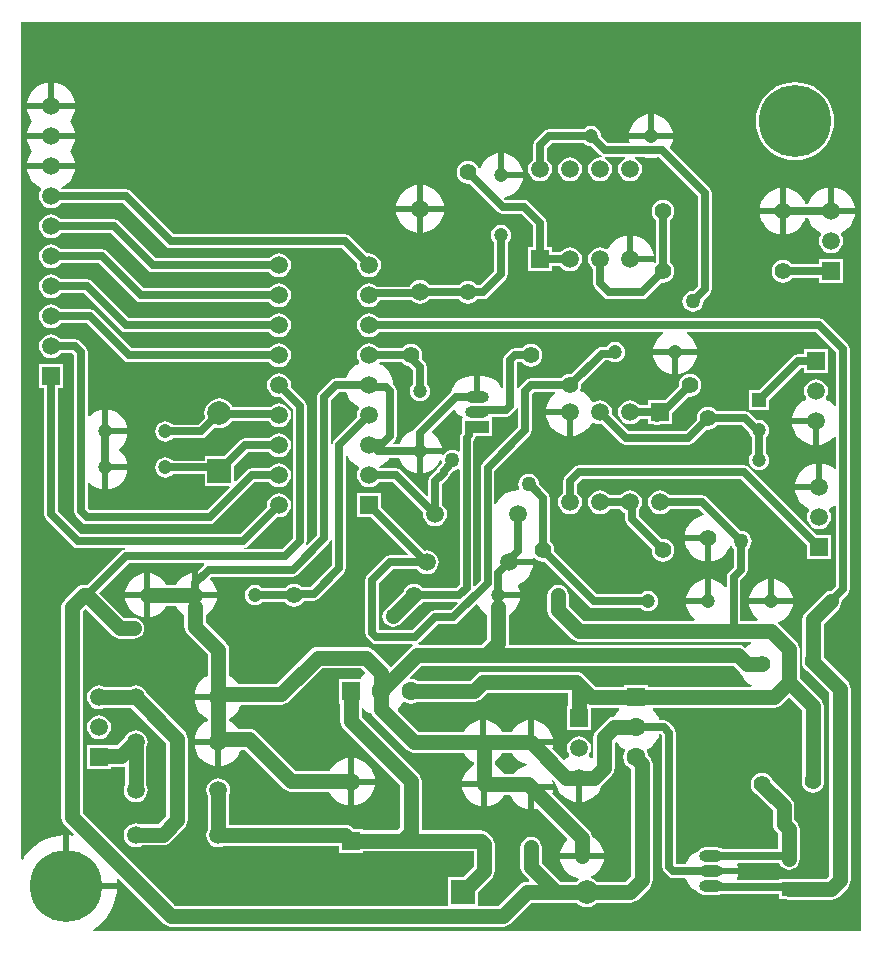
<source format=gbl>
G04*
G04 #@! TF.GenerationSoftware,Altium Limited,Altium Designer,20.0.13 (296)*
G04*
G04 Layer_Physical_Order=2*
G04 Layer_Color=16711680*
%FSLAX24Y24*%
%MOIN*%
G70*
G01*
G75*
%ADD34C,0.0250*%
%ADD35C,0.0500*%
%ADD36C,0.0472*%
%ADD37C,0.0551*%
%ADD38R,0.0591X0.0591*%
%ADD39C,0.0591*%
%ADD40C,0.0591*%
%ADD41R,0.0591X0.0591*%
%ADD42R,0.0787X0.0394*%
%ADD43O,0.0787X0.0394*%
%ADD44R,0.0591X0.0591*%
%ADD45C,0.0787*%
%ADD46R,0.0787X0.0787*%
%ADD47C,0.2402*%
%ADD48R,0.0472X0.0472*%
%ADD49O,0.0787X0.0394*%
%ADD50R,0.0630X0.0630*%
%ADD51C,0.0630*%
%ADD52R,0.0630X0.0630*%
%ADD53C,0.0500*%
G36*
X28000Y0D02*
X2406D01*
X2391Y50D01*
X2538Y148D01*
X2705Y295D01*
X2852Y462D01*
X2976Y648D01*
X3075Y848D01*
X3146Y1059D01*
X3190Y1278D01*
X3198Y1400D01*
X1500D01*
Y1500D01*
X1400D01*
Y3198D01*
X1278Y3190D01*
X1059Y3146D01*
X848Y3075D01*
X648Y2976D01*
X462Y2852D01*
X295Y2705D01*
X148Y2538D01*
X50Y2391D01*
X0Y2406D01*
Y30300D01*
X28000D01*
Y0D01*
D02*
G37*
%LPC*%
G36*
X1100Y28289D02*
Y27600D01*
X1789D01*
X1784Y27656D01*
X1738Y27806D01*
X1664Y27944D01*
X1565Y28065D01*
X1444Y28164D01*
X1306Y28238D01*
X1156Y28284D01*
X1100Y28289D01*
D02*
G37*
G36*
X900D02*
X844Y28284D01*
X694Y28238D01*
X556Y28164D01*
X435Y28065D01*
X336Y27944D01*
X262Y27806D01*
X216Y27656D01*
X211Y27600D01*
X900D01*
Y28289D01*
D02*
G37*
G36*
X21100Y27230D02*
Y26600D01*
X21730D01*
X21726Y26644D01*
X21683Y26783D01*
X21615Y26911D01*
X21523Y27023D01*
X21411Y27115D01*
X21283Y27183D01*
X21144Y27226D01*
X21100Y27230D01*
D02*
G37*
G36*
X20900D02*
X20856Y27226D01*
X20717Y27183D01*
X20589Y27115D01*
X20477Y27023D01*
X20385Y26911D01*
X20317Y26783D01*
X20274Y26644D01*
X20270Y26600D01*
X20900D01*
Y27230D01*
D02*
G37*
G36*
X1789Y27400D02*
X1000D01*
X211D01*
X216Y27344D01*
X262Y27194D01*
X336Y27056D01*
X382Y27000D01*
X336Y26944D01*
X262Y26806D01*
X216Y26656D01*
X211Y26600D01*
X1000D01*
X1789D01*
X1784Y26656D01*
X1738Y26806D01*
X1664Y26944D01*
X1618Y27000D01*
X1664Y27056D01*
X1738Y27194D01*
X1784Y27344D01*
X1789Y27400D01*
D02*
G37*
G36*
X25800Y28305D02*
X25596Y28289D01*
X25397Y28241D01*
X25208Y28163D01*
X25033Y28056D01*
X24877Y27923D01*
X24744Y27767D01*
X24637Y27592D01*
X24559Y27403D01*
X24511Y27204D01*
X24495Y27000D01*
X24511Y26796D01*
X24559Y26597D01*
X24637Y26408D01*
X24744Y26233D01*
X24877Y26077D01*
X25033Y25944D01*
X25208Y25837D01*
X25397Y25759D01*
X25596Y25711D01*
X25800Y25695D01*
X26004Y25711D01*
X26203Y25759D01*
X26392Y25837D01*
X26567Y25944D01*
X26723Y26077D01*
X26856Y26233D01*
X26963Y26408D01*
X27041Y26597D01*
X27089Y26796D01*
X27105Y27000D01*
X27089Y27204D01*
X27041Y27403D01*
X26963Y27592D01*
X26856Y27767D01*
X26723Y27923D01*
X26567Y28056D01*
X26392Y28163D01*
X26203Y28241D01*
X26004Y28289D01*
X25800Y28305D01*
D02*
G37*
G36*
X1789Y26400D02*
X1000D01*
X211D01*
X216Y26344D01*
X262Y26194D01*
X336Y26056D01*
X382Y26000D01*
X336Y25944D01*
X262Y25806D01*
X216Y25656D01*
X211Y25600D01*
X1000D01*
X1789D01*
X1784Y25656D01*
X1738Y25806D01*
X1664Y25944D01*
X1618Y26000D01*
X1664Y26056D01*
X1738Y26194D01*
X1784Y26344D01*
X1789Y26400D01*
D02*
G37*
G36*
X15900Y25930D02*
X15856Y25926D01*
X15717Y25883D01*
X15589Y25815D01*
X15477Y25723D01*
X15385Y25611D01*
X15317Y25483D01*
X15303Y25439D01*
X15250Y25436D01*
X15228Y25489D01*
X15168Y25568D01*
X15089Y25628D01*
X14998Y25666D01*
X14900Y25679D01*
X14802Y25666D01*
X14711Y25628D01*
X14632Y25568D01*
X14572Y25489D01*
X14534Y25398D01*
X14521Y25300D01*
X14534Y25202D01*
X14572Y25111D01*
X14632Y25032D01*
X14711Y24972D01*
X14802Y24934D01*
X14900Y24921D01*
X14948Y24927D01*
X15888Y23988D01*
X15962Y23938D01*
X16050Y23921D01*
X16677D01*
X17071Y23527D01*
Y22795D01*
X16905D01*
Y22005D01*
X17695D01*
Y22171D01*
X17978D01*
X18018Y22118D01*
X18101Y22055D01*
X18197Y22015D01*
X18300Y22001D01*
X18403Y22015D01*
X18499Y22055D01*
X18582Y22118D01*
X18645Y22201D01*
X18685Y22297D01*
X18699Y22400D01*
X18685Y22503D01*
X18645Y22599D01*
X18582Y22682D01*
X18499Y22745D01*
X18403Y22785D01*
X18300Y22799D01*
X18197Y22785D01*
X18101Y22745D01*
X18018Y22682D01*
X17978Y22629D01*
X17695D01*
Y22795D01*
X17529D01*
Y23622D01*
X17512Y23710D01*
X17462Y23785D01*
X16935Y24312D01*
X16860Y24362D01*
X16772Y24379D01*
X16145D01*
X16100Y24425D01*
X16117Y24472D01*
X16144Y24474D01*
X16283Y24517D01*
X16411Y24585D01*
X16523Y24677D01*
X16615Y24789D01*
X16683Y24917D01*
X16726Y25056D01*
X16730Y25100D01*
X16000D01*
Y25200D01*
X15900D01*
Y25930D01*
D02*
G37*
G36*
X16100D02*
Y25300D01*
X16730D01*
X16726Y25344D01*
X16683Y25483D01*
X16615Y25611D01*
X16523Y25723D01*
X16411Y25815D01*
X16283Y25883D01*
X16144Y25926D01*
X16100Y25930D01*
D02*
G37*
G36*
X18300Y25799D02*
X18197Y25785D01*
X18101Y25745D01*
X18018Y25682D01*
X17955Y25599D01*
X17915Y25503D01*
X17901Y25400D01*
X17915Y25297D01*
X17955Y25201D01*
X18018Y25118D01*
X18101Y25055D01*
X18197Y25015D01*
X18300Y25001D01*
X18403Y25015D01*
X18499Y25055D01*
X18582Y25118D01*
X18645Y25201D01*
X18685Y25297D01*
X18699Y25400D01*
X18685Y25503D01*
X18645Y25599D01*
X18582Y25682D01*
X18499Y25745D01*
X18403Y25785D01*
X18300Y25799D01*
D02*
G37*
G36*
X26900Y24789D02*
X26844Y24784D01*
X26694Y24738D01*
X26556Y24664D01*
X26435Y24565D01*
X26336Y24444D01*
X26262Y24306D01*
X26239Y24229D01*
X26141D01*
X26120Y24298D01*
X26048Y24433D01*
X25951Y24551D01*
X25833Y24648D01*
X25698Y24720D01*
X25552Y24764D01*
X25500Y24769D01*
Y24000D01*
Y23231D01*
X25552Y23236D01*
X25698Y23280D01*
X25833Y23352D01*
X25951Y23449D01*
X26048Y23567D01*
X26120Y23702D01*
X26141Y23771D01*
X26239D01*
X26262Y23694D01*
X26336Y23556D01*
X26435Y23435D01*
X26556Y23336D01*
X26655Y23282D01*
X26669Y23218D01*
X26655Y23199D01*
X26615Y23103D01*
X26601Y23000D01*
X26615Y22897D01*
X26655Y22801D01*
X26718Y22718D01*
X26801Y22655D01*
X26897Y22615D01*
X27000Y22601D01*
X27103Y22615D01*
X27199Y22655D01*
X27282Y22718D01*
X27345Y22801D01*
X27385Y22897D01*
X27399Y23000D01*
X27385Y23103D01*
X27345Y23199D01*
X27331Y23218D01*
X27345Y23282D01*
X27444Y23336D01*
X27565Y23435D01*
X27664Y23556D01*
X27738Y23694D01*
X27784Y23844D01*
X27789Y23900D01*
X27000D01*
Y24000D01*
X26900D01*
Y24789D01*
D02*
G37*
G36*
X13400Y24867D02*
Y24178D01*
X14089D01*
X14084Y24234D01*
X14038Y24384D01*
X13964Y24522D01*
X13865Y24643D01*
X13744Y24742D01*
X13606Y24816D01*
X13456Y24862D01*
X13400Y24867D01*
D02*
G37*
G36*
X13200D02*
X13144Y24862D01*
X12994Y24816D01*
X12856Y24742D01*
X12735Y24643D01*
X12636Y24522D01*
X12562Y24384D01*
X12516Y24234D01*
X12511Y24178D01*
X13200D01*
Y24867D01*
D02*
G37*
G36*
X27100Y24789D02*
Y24100D01*
X27789D01*
X27784Y24156D01*
X27738Y24306D01*
X27664Y24444D01*
X27565Y24565D01*
X27444Y24664D01*
X27306Y24738D01*
X27156Y24784D01*
X27100Y24789D01*
D02*
G37*
G36*
X25300Y24769D02*
X25248Y24764D01*
X25102Y24720D01*
X24967Y24648D01*
X24849Y24551D01*
X24752Y24433D01*
X24680Y24298D01*
X24636Y24152D01*
X24631Y24100D01*
X25300D01*
Y24769D01*
D02*
G37*
G36*
X14089Y23978D02*
X13400D01*
Y23289D01*
X13456Y23294D01*
X13606Y23340D01*
X13744Y23414D01*
X13865Y23513D01*
X13964Y23634D01*
X14038Y23772D01*
X14084Y23922D01*
X14089Y23978D01*
D02*
G37*
G36*
X13200D02*
X12511D01*
X12516Y23922D01*
X12562Y23772D01*
X12636Y23634D01*
X12735Y23513D01*
X12856Y23414D01*
X12994Y23340D01*
X13144Y23294D01*
X13200Y23289D01*
Y23978D01*
D02*
G37*
G36*
X25300Y23900D02*
X24631D01*
X24636Y23848D01*
X24680Y23702D01*
X24752Y23567D01*
X24849Y23449D01*
X24967Y23352D01*
X25102Y23280D01*
X25248Y23236D01*
X25300Y23231D01*
Y23900D01*
D02*
G37*
G36*
X20400Y23189D02*
Y22500D01*
X21089D01*
X21084Y22556D01*
X21038Y22706D01*
X20964Y22844D01*
X20865Y22965D01*
X20744Y23064D01*
X20606Y23138D01*
X20456Y23184D01*
X20400Y23189D01*
D02*
G37*
G36*
X21400Y24379D02*
X21302Y24366D01*
X21211Y24328D01*
X21132Y24268D01*
X21072Y24189D01*
X21034Y24098D01*
X21021Y24000D01*
X21034Y23902D01*
X21072Y23811D01*
X21132Y23732D01*
X21171Y23703D01*
Y22304D01*
X21131Y22273D01*
X21119Y22276D01*
X21089Y22293D01*
X21089Y22300D01*
X20300D01*
Y22400D01*
X20200D01*
Y23189D01*
X20144Y23184D01*
X19994Y23138D01*
X19856Y23064D01*
X19735Y22965D01*
X19636Y22844D01*
X19582Y22745D01*
X19518Y22731D01*
X19499Y22745D01*
X19403Y22785D01*
X19300Y22799D01*
X19197Y22785D01*
X19101Y22745D01*
X19018Y22682D01*
X18955Y22599D01*
X18915Y22503D01*
X18901Y22400D01*
X18915Y22297D01*
X18955Y22201D01*
X19018Y22118D01*
X19071Y22078D01*
Y21600D01*
X19088Y21512D01*
X19138Y21438D01*
X19438Y21138D01*
X19512Y21088D01*
X19600Y21071D01*
X20700D01*
X20788Y21088D01*
X20862Y21138D01*
X21352Y21628D01*
X21400Y21621D01*
X21498Y21634D01*
X21589Y21672D01*
X21668Y21732D01*
X21728Y21811D01*
X21766Y21902D01*
X21779Y22000D01*
X21766Y22098D01*
X21728Y22189D01*
X21668Y22268D01*
X21629Y22297D01*
Y23703D01*
X21668Y23732D01*
X21728Y23811D01*
X21766Y23902D01*
X21779Y24000D01*
X21766Y24098D01*
X21728Y24189D01*
X21668Y24268D01*
X21589Y24328D01*
X21498Y24366D01*
X21400Y24379D01*
D02*
G37*
G36*
X27395Y22395D02*
X26605D01*
Y22229D01*
X25697D01*
X25668Y22268D01*
X25589Y22328D01*
X25498Y22366D01*
X25400Y22379D01*
X25302Y22366D01*
X25211Y22328D01*
X25132Y22268D01*
X25072Y22189D01*
X25034Y22098D01*
X25021Y22000D01*
X25034Y21902D01*
X25072Y21811D01*
X25132Y21732D01*
X25211Y21672D01*
X25302Y21634D01*
X25400Y21621D01*
X25498Y21634D01*
X25589Y21672D01*
X25668Y21732D01*
X25697Y21771D01*
X26605D01*
Y21605D01*
X27395D01*
Y22395D01*
D02*
G37*
G36*
X1789Y25400D02*
X1000D01*
X211D01*
X216Y25344D01*
X262Y25194D01*
X336Y25056D01*
X435Y24935D01*
X556Y24836D01*
X655Y24782D01*
X669Y24718D01*
X655Y24699D01*
X615Y24603D01*
X601Y24500D01*
X615Y24397D01*
X655Y24301D01*
X718Y24218D01*
X801Y24155D01*
X897Y24115D01*
X1000Y24101D01*
X1103Y24115D01*
X1199Y24155D01*
X1282Y24218D01*
X1322Y24271D01*
X3405D01*
X4838Y22838D01*
X4912Y22788D01*
X5000Y22771D01*
X10705D01*
X11210Y22266D01*
X11201Y22200D01*
X11215Y22097D01*
X11255Y22001D01*
X11318Y21918D01*
X11401Y21855D01*
X11497Y21815D01*
X11600Y21801D01*
X11703Y21815D01*
X11799Y21855D01*
X11882Y21918D01*
X11945Y22001D01*
X11985Y22097D01*
X11999Y22200D01*
X11985Y22303D01*
X11945Y22399D01*
X11882Y22482D01*
X11799Y22545D01*
X11703Y22585D01*
X11600Y22599D01*
X11534Y22590D01*
X10962Y23162D01*
X10888Y23212D01*
X10800Y23229D01*
X5095D01*
X3662Y24662D01*
X3588Y24712D01*
X3500Y24729D01*
X1362D01*
X1342Y24775D01*
X1345Y24782D01*
X1444Y24836D01*
X1565Y24935D01*
X1664Y25056D01*
X1738Y25194D01*
X1784Y25344D01*
X1789Y25400D01*
D02*
G37*
G36*
X1000Y23899D02*
X897Y23885D01*
X801Y23845D01*
X718Y23782D01*
X655Y23699D01*
X615Y23603D01*
X601Y23500D01*
X615Y23397D01*
X655Y23301D01*
X718Y23218D01*
X801Y23155D01*
X897Y23115D01*
X1000Y23101D01*
X1103Y23115D01*
X1199Y23155D01*
X1282Y23218D01*
X1322Y23271D01*
X3005D01*
X4238Y22038D01*
X4312Y21988D01*
X4400Y21971D01*
X8278D01*
X8318Y21918D01*
X8401Y21855D01*
X8497Y21815D01*
X8600Y21801D01*
X8703Y21815D01*
X8799Y21855D01*
X8882Y21918D01*
X8945Y22001D01*
X8985Y22097D01*
X8999Y22200D01*
X8985Y22303D01*
X8945Y22399D01*
X8882Y22482D01*
X8799Y22545D01*
X8703Y22585D01*
X8600Y22599D01*
X8497Y22585D01*
X8401Y22545D01*
X8318Y22482D01*
X8278Y22429D01*
X4495D01*
X3262Y23662D01*
X3188Y23712D01*
X3100Y23729D01*
X1322D01*
X1282Y23782D01*
X1199Y23845D01*
X1103Y23885D01*
X1000Y23899D01*
D02*
G37*
G36*
X16000Y23539D02*
X15912Y23528D01*
X15830Y23494D01*
X15760Y23440D01*
X15706Y23370D01*
X15672Y23288D01*
X15661Y23200D01*
X15672Y23112D01*
X15706Y23030D01*
X15760Y22960D01*
X15771Y22952D01*
Y21995D01*
X15305Y21529D01*
X15197D01*
X15168Y21568D01*
X15089Y21628D01*
X14998Y21666D01*
X14900Y21679D01*
X14802Y21666D01*
X14711Y21628D01*
X14632Y21568D01*
X14611Y21540D01*
X13631D01*
X13582Y21604D01*
X13499Y21667D01*
X13403Y21707D01*
X13300Y21721D01*
X13197Y21707D01*
X13101Y21667D01*
X13018Y21604D01*
X12955Y21521D01*
X12942Y21490D01*
X11871D01*
X11799Y21545D01*
X11703Y21585D01*
X11600Y21599D01*
X11497Y21585D01*
X11401Y21545D01*
X11318Y21482D01*
X11255Y21399D01*
X11215Y21303D01*
X11201Y21200D01*
X11215Y21097D01*
X11255Y21001D01*
X11318Y20918D01*
X11401Y20855D01*
X11497Y20815D01*
X11600Y20801D01*
X11703Y20815D01*
X11799Y20855D01*
X11882Y20918D01*
X11945Y21001D01*
X11958Y21032D01*
X13029D01*
X13101Y20977D01*
X13197Y20937D01*
X13300Y20923D01*
X13403Y20937D01*
X13499Y20977D01*
X13582Y21040D01*
X13614Y21082D01*
X14594D01*
X14632Y21032D01*
X14711Y20972D01*
X14802Y20934D01*
X14900Y20921D01*
X14998Y20934D01*
X15089Y20972D01*
X15168Y21032D01*
X15197Y21071D01*
X15400D01*
X15488Y21088D01*
X15562Y21138D01*
X16162Y21738D01*
X16212Y21812D01*
X16229Y21900D01*
Y22952D01*
X16240Y22960D01*
X16294Y23030D01*
X16328Y23112D01*
X16339Y23200D01*
X16328Y23288D01*
X16294Y23370D01*
X16240Y23440D01*
X16170Y23494D01*
X16088Y23528D01*
X16000Y23539D01*
D02*
G37*
G36*
X19000Y26839D02*
X18912Y26828D01*
X18830Y26794D01*
X18760Y26740D01*
X18752Y26729D01*
X17600D01*
X17512Y26712D01*
X17438Y26662D01*
X17138Y26362D01*
X17088Y26288D01*
X17071Y26200D01*
Y25722D01*
X17018Y25682D01*
X16955Y25599D01*
X16915Y25503D01*
X16901Y25400D01*
X16915Y25297D01*
X16955Y25201D01*
X17018Y25118D01*
X17101Y25055D01*
X17197Y25015D01*
X17300Y25001D01*
X17403Y25015D01*
X17499Y25055D01*
X17582Y25118D01*
X17645Y25201D01*
X17685Y25297D01*
X17699Y25400D01*
X17685Y25503D01*
X17645Y25599D01*
X17582Y25682D01*
X17529Y25722D01*
Y26105D01*
X17695Y26271D01*
X18752D01*
X18760Y26260D01*
X18830Y26206D01*
X18912Y26172D01*
X19000Y26161D01*
X19013Y26163D01*
X19299Y25877D01*
X19350Y25843D01*
X19332Y25794D01*
X19300Y25799D01*
X19197Y25785D01*
X19101Y25745D01*
X19018Y25682D01*
X18955Y25599D01*
X18915Y25503D01*
X18901Y25400D01*
X18915Y25297D01*
X18955Y25201D01*
X19018Y25118D01*
X19101Y25055D01*
X19197Y25015D01*
X19300Y25001D01*
X19403Y25015D01*
X19499Y25055D01*
X19582Y25118D01*
X19645Y25201D01*
X19685Y25297D01*
X19699Y25400D01*
X19685Y25503D01*
X19645Y25599D01*
X19582Y25682D01*
X19499Y25745D01*
X19465Y25759D01*
X19475Y25809D01*
X20125D01*
X20135Y25759D01*
X20101Y25745D01*
X20018Y25682D01*
X19955Y25599D01*
X19915Y25503D01*
X19901Y25400D01*
X19915Y25297D01*
X19955Y25201D01*
X20018Y25118D01*
X20101Y25055D01*
X20197Y25015D01*
X20300Y25001D01*
X20403Y25015D01*
X20499Y25055D01*
X20582Y25118D01*
X20645Y25201D01*
X20685Y25297D01*
X20699Y25400D01*
X20685Y25503D01*
X20645Y25599D01*
X20582Y25682D01*
X20499Y25745D01*
X20465Y25759D01*
X20475Y25809D01*
X20740D01*
X20856Y25774D01*
X21000Y25760D01*
X21144Y25774D01*
X21260Y25809D01*
X21266D01*
X22571Y24505D01*
Y21495D01*
X22425Y21350D01*
X22400Y21353D01*
X22309Y21341D01*
X22223Y21306D01*
X22150Y21250D01*
X22094Y21177D01*
X22059Y21091D01*
X22047Y21000D01*
X22059Y20909D01*
X22094Y20823D01*
X22150Y20750D01*
X22223Y20694D01*
X22309Y20659D01*
X22400Y20647D01*
X22491Y20659D01*
X22577Y20694D01*
X22650Y20750D01*
X22706Y20823D01*
X22741Y20909D01*
X22753Y21000D01*
X22750Y21025D01*
X22962Y21238D01*
X23012Y21312D01*
X23029Y21400D01*
Y24600D01*
X23012Y24688D01*
X22962Y24762D01*
X21622Y26102D01*
X21683Y26217D01*
X21726Y26356D01*
X21730Y26400D01*
X20270D01*
X20274Y26356D01*
X20289Y26308D01*
X20259Y26268D01*
X19556D01*
X19337Y26487D01*
X19339Y26500D01*
X19328Y26588D01*
X19294Y26670D01*
X19240Y26740D01*
X19170Y26794D01*
X19088Y26828D01*
X19000Y26839D01*
D02*
G37*
G36*
X1000Y22899D02*
X897Y22885D01*
X801Y22845D01*
X718Y22782D01*
X655Y22699D01*
X615Y22603D01*
X601Y22500D01*
X615Y22397D01*
X655Y22301D01*
X718Y22218D01*
X801Y22155D01*
X897Y22115D01*
X1000Y22101D01*
X1103Y22115D01*
X1199Y22155D01*
X1282Y22218D01*
X1322Y22271D01*
X2605D01*
X3838Y21038D01*
X3912Y20988D01*
X4000Y20971D01*
X8278D01*
X8318Y20918D01*
X8401Y20855D01*
X8497Y20815D01*
X8600Y20801D01*
X8703Y20815D01*
X8799Y20855D01*
X8882Y20918D01*
X8945Y21001D01*
X8985Y21097D01*
X8999Y21200D01*
X8985Y21303D01*
X8945Y21399D01*
X8882Y21482D01*
X8799Y21545D01*
X8703Y21585D01*
X8600Y21599D01*
X8497Y21585D01*
X8401Y21545D01*
X8318Y21482D01*
X8278Y21429D01*
X4095D01*
X2862Y22662D01*
X2788Y22712D01*
X2700Y22729D01*
X1322D01*
X1282Y22782D01*
X1199Y22845D01*
X1103Y22885D01*
X1000Y22899D01*
D02*
G37*
G36*
Y21899D02*
X897Y21885D01*
X801Y21845D01*
X718Y21782D01*
X655Y21699D01*
X615Y21603D01*
X601Y21500D01*
X615Y21397D01*
X655Y21301D01*
X718Y21218D01*
X801Y21155D01*
X897Y21115D01*
X1000Y21101D01*
X1103Y21115D01*
X1199Y21155D01*
X1282Y21218D01*
X1322Y21271D01*
X2105D01*
X3338Y20038D01*
X3412Y19988D01*
X3500Y19971D01*
X8278D01*
X8318Y19918D01*
X8401Y19855D01*
X8497Y19815D01*
X8600Y19801D01*
X8703Y19815D01*
X8799Y19855D01*
X8882Y19918D01*
X8945Y20001D01*
X8985Y20097D01*
X8999Y20200D01*
X8985Y20303D01*
X8945Y20399D01*
X8882Y20482D01*
X8799Y20545D01*
X8703Y20585D01*
X8600Y20599D01*
X8497Y20585D01*
X8401Y20545D01*
X8318Y20482D01*
X8278Y20429D01*
X3595D01*
X2362Y21662D01*
X2288Y21712D01*
X2200Y21729D01*
X1322D01*
X1282Y21782D01*
X1199Y21845D01*
X1103Y21885D01*
X1000Y21899D01*
D02*
G37*
G36*
X11600Y20599D02*
X11497Y20585D01*
X11401Y20545D01*
X11318Y20482D01*
X11255Y20399D01*
X11215Y20303D01*
X11201Y20200D01*
X11215Y20097D01*
X11255Y20001D01*
X11318Y19918D01*
X11401Y19855D01*
X11497Y19815D01*
X11600Y19801D01*
X11703Y19815D01*
X11799Y19855D01*
X11882Y19918D01*
X11922Y19971D01*
X21390D01*
X21402Y19922D01*
X21389Y19915D01*
X21277Y19823D01*
X21185Y19711D01*
X21117Y19583D01*
X21074Y19444D01*
X21070Y19400D01*
X22530D01*
X22526Y19444D01*
X22483Y19583D01*
X22415Y19711D01*
X22323Y19823D01*
X22211Y19915D01*
X22198Y19922D01*
X22210Y19971D01*
X26505D01*
X27171Y19305D01*
Y17515D01*
X27121Y17497D01*
X27065Y17565D01*
X26944Y17664D01*
X26845Y17718D01*
X26831Y17782D01*
X26845Y17801D01*
X26885Y17897D01*
X26899Y18000D01*
X26885Y18103D01*
X26845Y18199D01*
X26782Y18282D01*
X26699Y18345D01*
X26603Y18385D01*
X26500Y18399D01*
X26397Y18385D01*
X26301Y18345D01*
X26218Y18282D01*
X26155Y18199D01*
X26115Y18103D01*
X26101Y18000D01*
X26115Y17897D01*
X26155Y17801D01*
X26169Y17782D01*
X26155Y17718D01*
X26056Y17664D01*
X25935Y17565D01*
X25836Y17444D01*
X25762Y17306D01*
X25716Y17156D01*
X25711Y17100D01*
X26500D01*
Y17000D01*
X26600D01*
Y16211D01*
X26656Y16216D01*
X26806Y16262D01*
X26944Y16336D01*
X27065Y16435D01*
X27121Y16503D01*
X27171Y16485D01*
Y15425D01*
X27121Y15402D01*
X27044Y15464D01*
X26906Y15538D01*
X26756Y15584D01*
X26700Y15589D01*
Y14800D01*
X26600D01*
Y14700D01*
X25811D01*
X25816Y14644D01*
X25862Y14494D01*
X25936Y14356D01*
X26035Y14235D01*
X26156Y14136D01*
X26255Y14082D01*
X26269Y14018D01*
X26255Y13999D01*
X26215Y13903D01*
X26201Y13800D01*
X26215Y13697D01*
X26255Y13601D01*
X26318Y13518D01*
X26401Y13455D01*
X26497Y13415D01*
X26600Y13401D01*
X26703Y13415D01*
X26799Y13455D01*
X26882Y13518D01*
X26945Y13601D01*
X26985Y13697D01*
X26999Y13800D01*
X26985Y13903D01*
X26945Y13999D01*
X26931Y14018D01*
X26945Y14082D01*
X27044Y14136D01*
X27121Y14198D01*
X27171Y14175D01*
Y11495D01*
X27025Y11350D01*
X27000Y11353D01*
X26909Y11341D01*
X26823Y11306D01*
X26750Y11250D01*
X26150Y10650D01*
X26094Y10577D01*
X26059Y10491D01*
X26047Y10400D01*
Y9129D01*
X26034Y9098D01*
X26021Y9000D01*
X26034Y8902D01*
X26072Y8811D01*
X26132Y8732D01*
X26211Y8672D01*
X26218Y8669D01*
X26947Y7940D01*
Y1839D01*
X26861Y1753D01*
X25600D01*
X25509Y1741D01*
X25497Y1736D01*
X25264D01*
Y1702D01*
X23879D01*
X23850Y1752D01*
X23884Y1863D01*
X23887Y1900D01*
X23000D01*
Y2100D01*
X23887D01*
X23884Y2137D01*
X23858Y2221D01*
X23895Y2271D01*
X25275D01*
X25294Y2223D01*
X25350Y2150D01*
X25423Y2094D01*
X25509Y2059D01*
X25600Y2047D01*
X25691Y2059D01*
X25777Y2094D01*
X25850Y2150D01*
X25906Y2223D01*
X25941Y2309D01*
X25953Y2400D01*
Y3400D01*
X25953Y3400D01*
X25941Y3491D01*
X25906Y3577D01*
X25850Y3650D01*
X25850Y3650D01*
X25770Y3729D01*
Y4169D01*
X25758Y4261D01*
X25723Y4346D01*
X25667Y4419D01*
X25051Y5035D01*
X25028Y5089D01*
X24968Y5168D01*
X24889Y5228D01*
X24798Y5266D01*
X24700Y5279D01*
X24602Y5266D01*
X24511Y5228D01*
X24432Y5168D01*
X24372Y5089D01*
X24334Y4998D01*
X24321Y4900D01*
X24334Y4802D01*
X24372Y4711D01*
X24432Y4632D01*
X24511Y4572D01*
X24518Y4569D01*
X25064Y4023D01*
Y3583D01*
X25076Y3492D01*
X25111Y3407D01*
X25167Y3333D01*
X25247Y3254D01*
Y2729D01*
X23386D01*
X23347Y2759D01*
X23274Y2789D01*
X23197Y2799D01*
X22803D01*
X22726Y2789D01*
X22653Y2759D01*
X22591Y2712D01*
X22544Y2650D01*
X22544Y2650D01*
X22535Y2647D01*
X22414Y2582D01*
X22308Y2495D01*
X22221Y2389D01*
X22156Y2268D01*
X22145Y2229D01*
X21841D01*
X21829Y2241D01*
Y6625D01*
X21812Y6713D01*
X21762Y6787D01*
X21587Y6962D01*
X21513Y7012D01*
X21425Y7029D01*
X21282D01*
X21257Y7113D01*
X21181Y7255D01*
X21079Y7379D01*
X21054Y7400D01*
X21070Y7447D01*
X25107D01*
X25198Y7459D01*
X25284Y7494D01*
X25357Y7550D01*
X25604Y7797D01*
X26047Y7354D01*
Y5129D01*
X26034Y5098D01*
X26021Y5000D01*
X26034Y4902D01*
X26072Y4811D01*
X26132Y4732D01*
X26211Y4672D01*
X26302Y4634D01*
X26400Y4621D01*
X26498Y4634D01*
X26589Y4672D01*
X26668Y4732D01*
X26728Y4811D01*
X26766Y4902D01*
X26779Y5000D01*
X26766Y5098D01*
X26753Y5129D01*
Y7500D01*
X26741Y7591D01*
X26706Y7677D01*
X26650Y7750D01*
X25953Y8446D01*
Y9400D01*
X25941Y9491D01*
X25906Y9577D01*
X25850Y9650D01*
X25250Y10250D01*
X25240Y10257D01*
X25249Y10306D01*
X25283Y10317D01*
X25411Y10385D01*
X25523Y10477D01*
X25615Y10589D01*
X25683Y10717D01*
X25726Y10856D01*
X25730Y10900D01*
X25000D01*
X24270D01*
X24274Y10856D01*
X24317Y10717D01*
X24385Y10589D01*
X24477Y10477D01*
X24567Y10403D01*
X24549Y10353D01*
X23980D01*
Y11705D01*
X24162Y11887D01*
X24212Y11962D01*
X24229Y12050D01*
Y12735D01*
X24250Y12750D01*
X24306Y12823D01*
X24341Y12909D01*
X24353Y13000D01*
X24341Y13091D01*
X24306Y13177D01*
X24250Y13250D01*
X24177Y13306D01*
X24091Y13341D01*
X24000Y13353D01*
X23975Y13350D01*
X22862Y14462D01*
X22788Y14512D01*
X22700Y14529D01*
X21622D01*
X21582Y14582D01*
X21499Y14645D01*
X21403Y14685D01*
X21300Y14699D01*
X21197Y14685D01*
X21101Y14645D01*
X21018Y14582D01*
X20955Y14499D01*
X20915Y14403D01*
X20901Y14300D01*
X20915Y14197D01*
X20955Y14101D01*
X21018Y14018D01*
X21101Y13955D01*
X21197Y13915D01*
X21300Y13901D01*
X21403Y13915D01*
X21499Y13955D01*
X21582Y14018D01*
X21622Y14071D01*
X22605D01*
X22765Y13911D01*
X22758Y13893D01*
X22742Y13863D01*
X22602Y13820D01*
X22467Y13748D01*
X22349Y13651D01*
X22252Y13533D01*
X22180Y13398D01*
X22136Y13252D01*
X22131Y13200D01*
X22900D01*
Y13100D01*
X23000D01*
Y12331D01*
X23052Y12336D01*
X23198Y12380D01*
X23333Y12452D01*
X23451Y12549D01*
X23548Y12667D01*
X23620Y12802D01*
X23632Y12842D01*
X23685Y12845D01*
X23694Y12823D01*
X23750Y12750D01*
X23771Y12735D01*
Y12145D01*
X23588Y11962D01*
X23538Y11888D01*
X23521Y11800D01*
Y11483D01*
X23471Y11465D01*
X23423Y11523D01*
X23311Y11615D01*
X23183Y11683D01*
X23044Y11726D01*
X23000Y11730D01*
Y11000D01*
X22900D01*
Y10900D01*
X22170D01*
X22174Y10856D01*
X22217Y10717D01*
X22285Y10589D01*
X22377Y10477D01*
X22467Y10403D01*
X22449Y10353D01*
X18746D01*
X18253Y10846D01*
Y11200D01*
X18241Y11291D01*
X18206Y11377D01*
X18150Y11450D01*
X18077Y11506D01*
X17991Y11541D01*
X17900Y11553D01*
X17809Y11541D01*
X17723Y11506D01*
X17650Y11450D01*
X17594Y11377D01*
X17559Y11291D01*
X17547Y11200D01*
Y10700D01*
X17559Y10609D01*
X17594Y10523D01*
X17650Y10450D01*
X18350Y9750D01*
X18350Y9750D01*
X18423Y9694D01*
X18509Y9659D01*
X18600Y9647D01*
X24346D01*
X24359Y9597D01*
X24267Y9548D01*
X24149Y9451D01*
X24148Y9451D01*
X24077Y9506D01*
X23991Y9541D01*
X23900Y9553D01*
X16285D01*
X16252Y9591D01*
X16253Y9600D01*
Y10554D01*
X16311Y10585D01*
X16423Y10677D01*
X16515Y10789D01*
X16583Y10917D01*
X16626Y11056D01*
X16630Y11100D01*
X15900D01*
Y11300D01*
X16630D01*
X16626Y11344D01*
X16583Y11483D01*
X16565Y11517D01*
X16584Y11562D01*
X16722Y11636D01*
X16843Y11735D01*
X16942Y11856D01*
X17016Y11994D01*
X17062Y12144D01*
X17067Y12200D01*
X16278D01*
Y12400D01*
X17067D01*
X17063Y12440D01*
X17112Y12459D01*
X17132Y12432D01*
X17211Y12372D01*
X17302Y12334D01*
X17400Y12321D01*
X17448Y12328D01*
X18938Y10838D01*
X19012Y10788D01*
X19100Y10771D01*
X20652D01*
X20660Y10760D01*
X20730Y10706D01*
X20812Y10672D01*
X20900Y10661D01*
X20988Y10672D01*
X21070Y10706D01*
X21140Y10760D01*
X21194Y10830D01*
X21228Y10912D01*
X21239Y11000D01*
X21228Y11088D01*
X21194Y11170D01*
X21140Y11240D01*
X21070Y11294D01*
X20988Y11328D01*
X20900Y11339D01*
X20812Y11328D01*
X20730Y11294D01*
X20660Y11240D01*
X20652Y11229D01*
X19195D01*
X17773Y12652D01*
X17779Y12700D01*
X17766Y12798D01*
X17728Y12889D01*
X17668Y12968D01*
X17629Y12997D01*
Y14457D01*
X17612Y14544D01*
X17562Y14619D01*
X17281Y14900D01*
X17270Y14985D01*
X17235Y15070D01*
X17179Y15143D01*
X17105Y15199D01*
X17020Y15234D01*
X16929Y15246D01*
X16838Y15234D01*
X16752Y15199D01*
X16679Y15143D01*
X16623Y15070D01*
X16588Y14985D01*
X16576Y14893D01*
X16588Y14802D01*
X16612Y14744D01*
X16578Y14697D01*
X16556Y14699D01*
X16400Y14684D01*
X16250Y14638D01*
X16112Y14564D01*
X15991Y14465D01*
X15891Y14344D01*
X15829Y14228D01*
X15779Y14240D01*
Y15355D01*
X16962Y16538D01*
X17012Y16612D01*
X17029Y16700D01*
Y17905D01*
X17095Y17971D01*
X17785D01*
X17803Y17921D01*
X17735Y17865D01*
X17636Y17744D01*
X17562Y17606D01*
X17516Y17456D01*
X17511Y17400D01*
X18300D01*
Y17300D01*
X18400D01*
Y16511D01*
X18456Y16516D01*
X18606Y16562D01*
X18744Y16636D01*
X18865Y16735D01*
X18964Y16856D01*
X19018Y16955D01*
X19082Y16969D01*
X19101Y16955D01*
X19197Y16915D01*
X19300Y16901D01*
X19366Y16910D01*
X19991Y16284D01*
X20066Y16235D01*
X20153Y16217D01*
X22247D01*
X22334Y16235D01*
X22409Y16284D01*
X22852Y16727D01*
X22900Y16721D01*
X22998Y16734D01*
X23089Y16772D01*
X23168Y16832D01*
X23197Y16871D01*
X24045D01*
X24268Y16648D01*
X24272Y16612D01*
X24306Y16530D01*
X24360Y16460D01*
X24371Y16452D01*
Y15948D01*
X24360Y15940D01*
X24306Y15870D01*
X24272Y15788D01*
X24261Y15700D01*
X24272Y15612D01*
X24306Y15530D01*
X24360Y15460D01*
X24430Y15406D01*
X24512Y15372D01*
X24600Y15361D01*
X24688Y15372D01*
X24770Y15406D01*
X24840Y15460D01*
X24894Y15530D01*
X24928Y15612D01*
X24939Y15700D01*
X24928Y15788D01*
X24894Y15870D01*
X24840Y15940D01*
X24829Y15948D01*
Y16452D01*
X24840Y16460D01*
X24894Y16530D01*
X24928Y16612D01*
X24939Y16700D01*
X24928Y16788D01*
X24894Y16870D01*
X24840Y16940D01*
X24770Y16994D01*
X24688Y17028D01*
X24600Y17039D01*
X24534Y17030D01*
X24302Y17262D01*
X24228Y17312D01*
X24140Y17329D01*
X23197D01*
X23168Y17368D01*
X23089Y17428D01*
X22998Y17466D01*
X22900Y17479D01*
X22802Y17466D01*
X22711Y17428D01*
X22632Y17368D01*
X22572Y17289D01*
X22534Y17198D01*
X22521Y17100D01*
X22527Y17052D01*
X22152Y16676D01*
X20248D01*
X19690Y17234D01*
X19699Y17300D01*
X19685Y17403D01*
X19645Y17499D01*
X19582Y17582D01*
X19499Y17645D01*
X19403Y17685D01*
X19300Y17699D01*
X19197Y17685D01*
X19101Y17645D01*
X19082Y17631D01*
X19018Y17645D01*
X18964Y17744D01*
X18865Y17865D01*
X18744Y17964D01*
X18633Y18024D01*
X18666Y18102D01*
X18679Y18200D01*
X18672Y18248D01*
X19452Y19028D01*
X19602D01*
X19630Y19006D01*
X19712Y18972D01*
X19800Y18961D01*
X19888Y18972D01*
X19970Y19006D01*
X20040Y19060D01*
X20094Y19130D01*
X20128Y19212D01*
X20139Y19300D01*
X20128Y19388D01*
X20094Y19470D01*
X20040Y19540D01*
X19970Y19594D01*
X19888Y19628D01*
X19800Y19639D01*
X19712Y19628D01*
X19630Y19594D01*
X19560Y19540D01*
X19520Y19487D01*
X19357D01*
X19270Y19469D01*
X19195Y19420D01*
X18348Y18572D01*
X18300Y18579D01*
X18202Y18566D01*
X18111Y18528D01*
X18032Y18468D01*
X18003Y18429D01*
X17000D01*
X16912Y18412D01*
X16838Y18362D01*
X16638Y18162D01*
X16588Y18088D01*
X16539Y18096D01*
Y18959D01*
X16551Y18971D01*
X16703D01*
X16732Y18932D01*
X16811Y18872D01*
X16902Y18834D01*
X17000Y18821D01*
X17098Y18834D01*
X17189Y18872D01*
X17268Y18932D01*
X17328Y19011D01*
X17366Y19102D01*
X17379Y19200D01*
X17366Y19298D01*
X17328Y19389D01*
X17268Y19468D01*
X17189Y19528D01*
X17098Y19566D01*
X17000Y19579D01*
X16902Y19566D01*
X16811Y19528D01*
X16732Y19468D01*
X16703Y19429D01*
X16456D01*
X16368Y19412D01*
X16294Y19362D01*
X16147Y19216D01*
X16097Y19141D01*
X16080Y19054D01*
Y18106D01*
X16030Y18094D01*
X15979Y18189D01*
X15892Y18295D01*
X15786Y18382D01*
X15665Y18447D01*
X15533Y18487D01*
X15397Y18500D01*
X15300D01*
Y17800D01*
X15100D01*
Y18500D01*
X15003D01*
X14867Y18487D01*
X14735Y18447D01*
X14614Y18382D01*
X14508Y18295D01*
X14421Y18189D01*
X14356Y18068D01*
X14318Y17943D01*
X13149Y16773D01*
X13107Y16711D01*
X13017Y16683D01*
X12889Y16615D01*
X12777Y16523D01*
X12685Y16411D01*
X12617Y16283D01*
X12600Y16229D01*
X12420D01*
X12404Y16279D01*
X12462Y16338D01*
X12512Y16412D01*
X12529Y16500D01*
Y18000D01*
X12512Y18088D01*
X12462Y18162D01*
X12396Y18228D01*
X12384Y18356D01*
X12338Y18506D01*
X12264Y18644D01*
X12165Y18765D01*
X12044Y18864D01*
X11945Y18918D01*
X11942Y18925D01*
X11962Y18971D01*
X12703D01*
X12732Y18932D01*
X12811Y18872D01*
X12902Y18834D01*
X12969Y18825D01*
X13071Y18723D01*
Y18248D01*
X13060Y18240D01*
X13006Y18170D01*
X12972Y18088D01*
X12961Y18000D01*
X12972Y17912D01*
X13006Y17830D01*
X13060Y17760D01*
X13130Y17706D01*
X13212Y17672D01*
X13300Y17661D01*
X13388Y17672D01*
X13470Y17706D01*
X13540Y17760D01*
X13594Y17830D01*
X13628Y17912D01*
X13639Y18000D01*
X13628Y18088D01*
X13594Y18170D01*
X13540Y18240D01*
X13529Y18248D01*
Y18819D01*
X13512Y18906D01*
X13462Y18981D01*
X13359Y19084D01*
X13366Y19102D01*
X13379Y19200D01*
X13366Y19298D01*
X13328Y19389D01*
X13268Y19468D01*
X13189Y19528D01*
X13098Y19566D01*
X13000Y19579D01*
X12902Y19566D01*
X12811Y19528D01*
X12732Y19468D01*
X12703Y19429D01*
X11922D01*
X11882Y19482D01*
X11799Y19545D01*
X11703Y19585D01*
X11600Y19599D01*
X11497Y19585D01*
X11401Y19545D01*
X11318Y19482D01*
X11255Y19399D01*
X11215Y19303D01*
X11201Y19200D01*
X11215Y19097D01*
X11255Y19001D01*
X11269Y18982D01*
X11255Y18918D01*
X11156Y18864D01*
X11035Y18765D01*
X10936Y18644D01*
X10862Y18506D01*
X10839Y18429D01*
X10494D01*
X10406Y18412D01*
X10331Y18362D01*
X9938Y17969D01*
X9888Y17894D01*
X9871Y17806D01*
Y13195D01*
X9540Y12865D01*
X9502Y12897D01*
X9512Y12912D01*
X9529Y13000D01*
Y17500D01*
X9512Y17588D01*
X9462Y17662D01*
X8990Y18134D01*
X8999Y18200D01*
X8985Y18303D01*
X8945Y18399D01*
X8882Y18482D01*
X8799Y18545D01*
X8703Y18585D01*
X8600Y18599D01*
X8497Y18585D01*
X8401Y18545D01*
X8318Y18482D01*
X8255Y18399D01*
X8215Y18303D01*
X8201Y18200D01*
X8215Y18097D01*
X8255Y18001D01*
X8318Y17918D01*
X8401Y17855D01*
X8497Y17815D01*
X8600Y17801D01*
X8666Y17810D01*
X9071Y17405D01*
Y13095D01*
X8705Y12729D01*
X7449D01*
X7444Y12779D01*
X7488Y12788D01*
X7562Y12838D01*
X8534Y13810D01*
X8600Y13801D01*
X8703Y13815D01*
X8799Y13855D01*
X8882Y13918D01*
X8945Y14001D01*
X8985Y14097D01*
X8999Y14200D01*
X8985Y14303D01*
X8945Y14399D01*
X8882Y14482D01*
X8799Y14545D01*
X8703Y14585D01*
X8600Y14599D01*
X8497Y14585D01*
X8401Y14545D01*
X8318Y14482D01*
X8255Y14399D01*
X8215Y14303D01*
X8201Y14200D01*
X8210Y14134D01*
X7305Y13229D01*
X1995D01*
X1229Y13995D01*
Y18105D01*
X1395D01*
Y18895D01*
X605D01*
Y18105D01*
X771D01*
Y13900D01*
X788Y13812D01*
X838Y13738D01*
X1738Y12838D01*
X1812Y12788D01*
X1900Y12771D01*
X3451D01*
X3456Y12721D01*
X3412Y12712D01*
X3338Y12662D01*
X2225Y11550D01*
X2200Y11553D01*
X2146Y11546D01*
X2093Y11553D01*
X2002Y11541D01*
X1916Y11506D01*
X1843Y11450D01*
X1450Y11057D01*
X1394Y10984D01*
X1359Y10898D01*
X1347Y10807D01*
Y3800D01*
X1359Y3709D01*
X1394Y3623D01*
X1450Y3550D01*
X1772Y3229D01*
X1748Y3185D01*
X1722Y3190D01*
X1600Y3198D01*
Y1600D01*
X3198D01*
X3190Y1722D01*
X3185Y1748D01*
X3229Y1772D01*
X4750Y250D01*
X4823Y194D01*
X4909Y159D01*
X5000Y147D01*
X16064D01*
X16155Y159D01*
X16240Y194D01*
X16313Y250D01*
X17010Y947D01*
X18508D01*
X18610Y869D01*
X18730Y819D01*
X18859Y802D01*
X18988Y819D01*
X19108Y869D01*
X19210Y947D01*
X20300D01*
X20391Y959D01*
X20477Y994D01*
X20550Y1050D01*
X20950Y1450D01*
X21006Y1523D01*
X21041Y1609D01*
X21053Y1700D01*
Y2500D01*
Y5565D01*
X21041Y5656D01*
X21006Y5741D01*
X20950Y5814D01*
X20912Y5852D01*
X20904Y5908D01*
X20862Y6009D01*
X20853Y6021D01*
X20864Y6070D01*
X20955Y6119D01*
X21079Y6221D01*
X21181Y6345D01*
X21257Y6487D01*
X21282Y6571D01*
X21330D01*
X21371Y6530D01*
Y2146D01*
X21388Y2059D01*
X21438Y1984D01*
X21584Y1838D01*
X21659Y1788D01*
X21746Y1771D01*
X22145D01*
X22156Y1732D01*
X22221Y1611D01*
X22308Y1505D01*
X22414Y1418D01*
X22535Y1353D01*
X22544Y1350D01*
X22544Y1350D01*
X22591Y1288D01*
X22653Y1241D01*
X22726Y1211D01*
X22803Y1201D01*
X23197D01*
X23274Y1211D01*
X23347Y1241D01*
X23350Y1243D01*
X25264D01*
Y1064D01*
X25497D01*
X25509Y1059D01*
X25600Y1047D01*
X27007D01*
X27098Y1059D01*
X27184Y1094D01*
X27257Y1150D01*
X27550Y1443D01*
X27606Y1516D01*
X27641Y1602D01*
X27653Y1693D01*
Y8086D01*
X27641Y8178D01*
X27606Y8263D01*
X27550Y8336D01*
X26753Y9132D01*
Y10254D01*
X27250Y10750D01*
X27306Y10823D01*
X27341Y10909D01*
X27353Y11000D01*
X27350Y11025D01*
X27562Y11238D01*
X27612Y11312D01*
X27629Y11400D01*
Y19400D01*
X27612Y19488D01*
X27562Y19562D01*
X26762Y20362D01*
X26688Y20412D01*
X26600Y20429D01*
X11922D01*
X11882Y20482D01*
X11799Y20545D01*
X11703Y20585D01*
X11600Y20599D01*
D02*
G37*
G36*
X1000Y20899D02*
X897Y20885D01*
X801Y20845D01*
X718Y20782D01*
X655Y20699D01*
X615Y20603D01*
X601Y20500D01*
X615Y20397D01*
X655Y20301D01*
X718Y20218D01*
X801Y20155D01*
X897Y20115D01*
X1000Y20101D01*
X1103Y20115D01*
X1199Y20155D01*
X1282Y20218D01*
X1322Y20271D01*
X2205D01*
X3438Y19038D01*
X3512Y18988D01*
X3600Y18971D01*
X8278D01*
X8318Y18918D01*
X8401Y18855D01*
X8497Y18815D01*
X8600Y18801D01*
X8703Y18815D01*
X8799Y18855D01*
X8882Y18918D01*
X8945Y19001D01*
X8985Y19097D01*
X8999Y19200D01*
X8985Y19303D01*
X8945Y19399D01*
X8882Y19482D01*
X8799Y19545D01*
X8703Y19585D01*
X8600Y19599D01*
X8497Y19585D01*
X8401Y19545D01*
X8318Y19482D01*
X8278Y19429D01*
X3695D01*
X2462Y20662D01*
X2388Y20712D01*
X2300Y20729D01*
X1322D01*
X1282Y20782D01*
X1199Y20845D01*
X1103Y20885D01*
X1000Y20899D01*
D02*
G37*
G36*
X26895Y19395D02*
X26105D01*
Y19229D01*
X25900D01*
X25812Y19212D01*
X25738Y19162D01*
X24612Y18036D01*
X24264D01*
Y17364D01*
X24936D01*
Y17712D01*
X25995Y18771D01*
X26105D01*
Y18605D01*
X26895D01*
Y19395D01*
D02*
G37*
G36*
X22530Y19200D02*
X21900D01*
Y18570D01*
X21944Y18574D01*
X22083Y18617D01*
X22211Y18685D01*
X22323Y18777D01*
X22415Y18889D01*
X22483Y19017D01*
X22526Y19156D01*
X22530Y19200D01*
D02*
G37*
G36*
X21700D02*
X21070D01*
X21074Y19156D01*
X21117Y19017D01*
X21185Y18889D01*
X21277Y18777D01*
X21389Y18685D01*
X21517Y18617D01*
X21656Y18574D01*
X21700Y18570D01*
Y19200D01*
D02*
G37*
G36*
X22300Y18579D02*
X22202Y18566D01*
X22111Y18528D01*
X22032Y18468D01*
X21972Y18389D01*
X21934Y18298D01*
X21921Y18200D01*
X21927Y18152D01*
X21471Y17695D01*
X20905D01*
Y17529D01*
X20622D01*
X20582Y17582D01*
X20499Y17645D01*
X20403Y17685D01*
X20300Y17699D01*
X20197Y17685D01*
X20101Y17645D01*
X20018Y17582D01*
X19955Y17499D01*
X19915Y17403D01*
X19901Y17300D01*
X19915Y17197D01*
X19955Y17101D01*
X20018Y17018D01*
X20101Y16955D01*
X20197Y16915D01*
X20300Y16901D01*
X20403Y16915D01*
X20499Y16955D01*
X20582Y17018D01*
X20622Y17071D01*
X20905D01*
Y16905D01*
X21087D01*
X21112Y16888D01*
X21200Y16871D01*
X21288Y16888D01*
X21313Y16905D01*
X21695D01*
Y17271D01*
X22252Y17828D01*
X22300Y17821D01*
X22398Y17834D01*
X22489Y17872D01*
X22568Y17932D01*
X22628Y18011D01*
X22666Y18102D01*
X22679Y18200D01*
X22666Y18298D01*
X22628Y18389D01*
X22568Y18468D01*
X22489Y18528D01*
X22398Y18566D01*
X22300Y18579D01*
D02*
G37*
G36*
X6613Y17759D02*
X6485Y17742D01*
X6364Y17692D01*
X6261Y17613D01*
X6182Y17510D01*
X6132Y17390D01*
X6115Y17261D01*
X6132Y17132D01*
X6140Y17112D01*
X5918Y16890D01*
X5061D01*
X5053Y16900D01*
X4983Y16954D01*
X4901Y16988D01*
X4813Y17000D01*
X4726Y16988D01*
X4644Y16954D01*
X4574Y16900D01*
X4520Y16830D01*
X4486Y16748D01*
X4474Y16661D01*
X4486Y16573D01*
X4520Y16491D01*
X4574Y16421D01*
X4644Y16367D01*
X4726Y16333D01*
X4813Y16322D01*
X4901Y16333D01*
X4983Y16367D01*
X5053Y16421D01*
X5061Y16431D01*
X6013D01*
X6101Y16449D01*
X6176Y16498D01*
X6465Y16788D01*
X6485Y16780D01*
X6613Y16763D01*
X6742Y16780D01*
X6862Y16829D01*
X6965Y16909D01*
X7036Y17001D01*
X8255D01*
X8255Y17001D01*
X8318Y16918D01*
X8401Y16855D01*
X8497Y16815D01*
X8600Y16801D01*
X8703Y16815D01*
X8799Y16855D01*
X8882Y16918D01*
X8945Y17001D01*
X8985Y17097D01*
X8999Y17200D01*
X8985Y17303D01*
X8945Y17399D01*
X8882Y17482D01*
X8799Y17545D01*
X8703Y17585D01*
X8600Y17599D01*
X8497Y17585D01*
X8401Y17545D01*
X8318Y17482D01*
X8301Y17460D01*
X7065D01*
X7045Y17510D01*
X6965Y17613D01*
X6862Y17692D01*
X6742Y17742D01*
X6613Y17759D01*
D02*
G37*
G36*
X2913Y17391D02*
Y16761D01*
X3543D01*
X3539Y16805D01*
X3497Y16944D01*
X3428Y17072D01*
X3336Y17184D01*
X3224Y17276D01*
X3096Y17344D01*
X2958Y17386D01*
X2913Y17391D01*
D02*
G37*
G36*
X18200Y17200D02*
X17511D01*
X17516Y17144D01*
X17562Y16994D01*
X17636Y16856D01*
X17735Y16735D01*
X17856Y16636D01*
X17994Y16562D01*
X18144Y16516D01*
X18200Y16511D01*
Y17200D01*
D02*
G37*
G36*
X26400Y16900D02*
X25711D01*
X25716Y16844D01*
X25762Y16694D01*
X25836Y16556D01*
X25935Y16435D01*
X26056Y16336D01*
X26194Y16262D01*
X26344Y16216D01*
X26400Y16211D01*
Y16900D01*
D02*
G37*
G36*
X1000Y19899D02*
X897Y19885D01*
X801Y19845D01*
X718Y19782D01*
X655Y19699D01*
X615Y19603D01*
X601Y19500D01*
X615Y19397D01*
X655Y19301D01*
X718Y19218D01*
X801Y19155D01*
X897Y19115D01*
X1000Y19101D01*
X1103Y19115D01*
X1199Y19155D01*
X1282Y19218D01*
X1322Y19271D01*
X1705D01*
X1771Y19205D01*
Y14000D01*
X1788Y13912D01*
X1838Y13838D01*
X2038Y13638D01*
X2112Y13588D01*
X2200Y13571D01*
X6287D01*
X6374Y13588D01*
X6449Y13638D01*
X7782Y14971D01*
X8278D01*
X8318Y14918D01*
X8401Y14855D01*
X8497Y14815D01*
X8600Y14801D01*
X8703Y14815D01*
X8799Y14855D01*
X8882Y14918D01*
X8945Y15001D01*
X8985Y15097D01*
X8999Y15200D01*
X8985Y15303D01*
X8945Y15399D01*
X8882Y15482D01*
X8799Y15545D01*
X8703Y15585D01*
X8600Y15599D01*
X8497Y15585D01*
X8401Y15545D01*
X8318Y15482D01*
X8278Y15429D01*
X7687D01*
X7599Y15412D01*
X7524Y15362D01*
X7153Y14991D01*
X7107Y15010D01*
Y15509D01*
X7569Y15971D01*
X8278D01*
X8318Y15918D01*
X8401Y15855D01*
X8497Y15815D01*
X8600Y15801D01*
X8703Y15815D01*
X8799Y15855D01*
X8882Y15918D01*
X8945Y16001D01*
X8985Y16097D01*
X8999Y16200D01*
X8985Y16303D01*
X8945Y16399D01*
X8882Y16482D01*
X8799Y16545D01*
X8703Y16585D01*
X8600Y16599D01*
X8497Y16585D01*
X8401Y16545D01*
X8318Y16482D01*
X8278Y16429D01*
X7474D01*
X7386Y16412D01*
X7312Y16362D01*
X6783Y15833D01*
X6120D01*
Y15690D01*
X5061D01*
X5053Y15700D01*
X4983Y15754D01*
X4901Y15788D01*
X4813Y15800D01*
X4726Y15788D01*
X4644Y15754D01*
X4574Y15700D01*
X4520Y15630D01*
X4486Y15548D01*
X4474Y15461D01*
X4486Y15373D01*
X4520Y15291D01*
X4574Y15221D01*
X4644Y15167D01*
X4726Y15133D01*
X4813Y15122D01*
X4901Y15133D01*
X4983Y15167D01*
X5053Y15221D01*
X5061Y15231D01*
X6120D01*
Y14846D01*
X6943D01*
X6962Y14799D01*
X6192Y14029D01*
X2295D01*
X2229Y14095D01*
Y14937D01*
X2276Y14954D01*
X2290Y14938D01*
X2402Y14846D01*
X2530Y14777D01*
X2669Y14735D01*
X2713Y14731D01*
Y15461D01*
X2813D01*
Y15561D01*
X3543D01*
X3539Y15605D01*
X3497Y15744D01*
X3428Y15872D01*
X3336Y15984D01*
X3273Y16036D01*
Y16086D01*
X3336Y16138D01*
X3428Y16250D01*
X3497Y16378D01*
X3539Y16516D01*
X3543Y16561D01*
X2813D01*
Y16661D01*
X2713D01*
Y17391D01*
X2669Y17386D01*
X2530Y17344D01*
X2402Y17276D01*
X2290Y17184D01*
X2276Y17167D01*
X2229Y17184D01*
Y19300D01*
X2212Y19388D01*
X2162Y19462D01*
X1962Y19662D01*
X1888Y19712D01*
X1800Y19729D01*
X1322D01*
X1282Y19782D01*
X1199Y19845D01*
X1103Y19885D01*
X1000Y19899D01*
D02*
G37*
G36*
X26500Y15589D02*
X26444Y15584D01*
X26294Y15538D01*
X26156Y15464D01*
X26035Y15365D01*
X25936Y15244D01*
X25862Y15106D01*
X25816Y14956D01*
X25811Y14900D01*
X26500D01*
Y15589D01*
D02*
G37*
G36*
X3543Y15361D02*
X2913D01*
Y14731D01*
X2958Y14735D01*
X3096Y14777D01*
X3224Y14846D01*
X3336Y14938D01*
X3428Y15050D01*
X3497Y15178D01*
X3539Y15316D01*
X3543Y15361D01*
D02*
G37*
G36*
X20300Y14699D02*
X20197Y14685D01*
X20101Y14645D01*
X20018Y14582D01*
X19978Y14529D01*
X19622D01*
X19582Y14582D01*
X19499Y14645D01*
X19403Y14685D01*
X19300Y14699D01*
X19197Y14685D01*
X19101Y14645D01*
X19018Y14582D01*
X18955Y14499D01*
X18915Y14403D01*
X18901Y14300D01*
X18915Y14197D01*
X18955Y14101D01*
X19018Y14018D01*
X19101Y13955D01*
X19197Y13915D01*
X19300Y13901D01*
X19403Y13915D01*
X19499Y13955D01*
X19582Y14018D01*
X19622Y14071D01*
X19978D01*
X20018Y14018D01*
X20101Y13955D01*
X20136Y13940D01*
Y13735D01*
X20153Y13647D01*
X20203Y13573D01*
X21028Y12748D01*
X21021Y12700D01*
X21034Y12602D01*
X21072Y12511D01*
X21132Y12432D01*
X21211Y12372D01*
X21302Y12334D01*
X21400Y12321D01*
X21498Y12334D01*
X21589Y12372D01*
X21668Y12432D01*
X21728Y12511D01*
X21766Y12602D01*
X21779Y12700D01*
X21766Y12798D01*
X21728Y12889D01*
X21668Y12968D01*
X21589Y13028D01*
X21498Y13066D01*
X21400Y13079D01*
X21352Y13073D01*
X20595Y13830D01*
Y14035D01*
X20645Y14101D01*
X20685Y14197D01*
X20699Y14300D01*
X20685Y14403D01*
X20645Y14499D01*
X20582Y14582D01*
X20499Y14645D01*
X20403Y14685D01*
X20300Y14699D01*
D02*
G37*
G36*
X24100Y15529D02*
X18600D01*
X18512Y15512D01*
X18438Y15462D01*
X18138Y15162D01*
X18088Y15088D01*
X18071Y15000D01*
Y14622D01*
X18018Y14582D01*
X17955Y14499D01*
X17915Y14403D01*
X17901Y14300D01*
X17915Y14197D01*
X17955Y14101D01*
X18018Y14018D01*
X18101Y13955D01*
X18197Y13915D01*
X18300Y13901D01*
X18403Y13915D01*
X18499Y13955D01*
X18582Y14018D01*
X18645Y14101D01*
X18685Y14197D01*
X18699Y14300D01*
X18685Y14403D01*
X18645Y14499D01*
X18582Y14582D01*
X18529Y14622D01*
Y14905D01*
X18695Y15071D01*
X24005D01*
X26205Y12871D01*
Y12405D01*
X26995D01*
Y13195D01*
X26529D01*
X24262Y15462D01*
X24188Y15512D01*
X24100Y15529D01*
D02*
G37*
G36*
X22800Y13000D02*
X22131D01*
X22136Y12948D01*
X22180Y12802D01*
X22252Y12667D01*
X22349Y12549D01*
X22467Y12452D01*
X22602Y12380D01*
X22748Y12336D01*
X22800Y12331D01*
Y13000D01*
D02*
G37*
G36*
X25100Y11730D02*
Y11100D01*
X25730D01*
X25726Y11144D01*
X25683Y11283D01*
X25615Y11411D01*
X25523Y11523D01*
X25411Y11615D01*
X25283Y11683D01*
X25144Y11726D01*
X25100Y11730D01*
D02*
G37*
G36*
X22800D02*
X22756Y11726D01*
X22617Y11683D01*
X22489Y11615D01*
X22377Y11523D01*
X22285Y11411D01*
X22217Y11283D01*
X22174Y11144D01*
X22170Y11100D01*
X22800D01*
Y11730D01*
D02*
G37*
G36*
X24900D02*
X24856Y11726D01*
X24717Y11683D01*
X24589Y11615D01*
X24477Y11523D01*
X24385Y11411D01*
X24317Y11283D01*
X24274Y11144D01*
X24270Y11100D01*
X24900D01*
Y11730D01*
D02*
G37*
%LPD*%
G36*
X10862Y17894D02*
X10936Y17756D01*
X11035Y17635D01*
X11156Y17536D01*
X11255Y17482D01*
X11269Y17418D01*
X11255Y17399D01*
X11215Y17303D01*
X11201Y17200D01*
X11210Y17134D01*
X10438Y16362D01*
X10388Y16288D01*
X10379Y16244D01*
X10329Y16249D01*
Y17711D01*
X10589Y17971D01*
X10839D01*
X10862Y17894D01*
D02*
G37*
G36*
X14451Y17374D02*
X14508Y17305D01*
X14614Y17218D01*
X14735Y17153D01*
X14731Y17103D01*
X14728Y17097D01*
X14706D01*
Y16750D01*
X14702Y16728D01*
Y16626D01*
X14689Y16614D01*
X14640Y16539D01*
X14622Y16452D01*
Y16009D01*
X14577Y15987D01*
X14553Y16006D01*
X14468Y16041D01*
X14377Y16053D01*
X14285Y16041D01*
X14200Y16006D01*
X14127Y15950D01*
X14079Y15887D01*
X14041Y15900D01*
X13400D01*
Y15270D01*
X13444Y15274D01*
X13583Y15317D01*
X13711Y15385D01*
X13823Y15477D01*
X13915Y15589D01*
X13975Y15702D01*
X13988Y15701D01*
X14025Y15689D01*
X14035Y15615D01*
X13923Y15503D01*
X13873Y15428D01*
X13865Y15389D01*
X13638Y15162D01*
X13588Y15088D01*
X13571Y15000D01*
Y14519D01*
X13524Y14500D01*
X12662Y15362D01*
X12588Y15412D01*
X12500Y15429D01*
X11962D01*
X11942Y15475D01*
X11945Y15482D01*
X12044Y15536D01*
X12165Y15635D01*
X12264Y15756D01*
X12272Y15771D01*
X12600D01*
X12617Y15717D01*
X12685Y15589D01*
X12777Y15477D01*
X12889Y15385D01*
X13017Y15317D01*
X13156Y15274D01*
X13200Y15270D01*
Y16000D01*
X13300D01*
Y16100D01*
X14030D01*
X14026Y16144D01*
X13983Y16283D01*
X13915Y16411D01*
X13823Y16523D01*
X13711Y16615D01*
X13701Y16620D01*
X13694Y16670D01*
X14401Y17377D01*
X14451Y17374D01*
D02*
G37*
G36*
X10936Y15756D02*
X11035Y15635D01*
X11156Y15536D01*
X11255Y15482D01*
X11269Y15418D01*
X11255Y15399D01*
X11215Y15303D01*
X11201Y15200D01*
X11215Y15097D01*
X11255Y15001D01*
X11318Y14918D01*
X11401Y14855D01*
X11497Y14815D01*
X11600Y14801D01*
X11703Y14815D01*
X11799Y14855D01*
X11882Y14918D01*
X11922Y14971D01*
X12405D01*
X13410Y13966D01*
X13401Y13900D01*
X13415Y13797D01*
X13455Y13701D01*
X13518Y13618D01*
X13601Y13555D01*
X13697Y13515D01*
X13800Y13501D01*
X13903Y13515D01*
X13999Y13555D01*
X14082Y13618D01*
X14145Y13701D01*
X14185Y13797D01*
X14199Y13900D01*
X14185Y14003D01*
X14145Y14099D01*
X14082Y14182D01*
X14029Y14222D01*
Y14905D01*
X14247Y15123D01*
X14297Y15197D01*
X14304Y15236D01*
X14422Y15353D01*
X14468Y15359D01*
X14553Y15394D01*
X14577Y15413D01*
X14622Y15391D01*
Y11547D01*
X14505Y11429D01*
X13397D01*
X13368Y11468D01*
X13289Y11528D01*
X13198Y11566D01*
X13100Y11579D01*
X13002Y11566D01*
X12911Y11528D01*
X12832Y11468D01*
X12772Y11389D01*
X12759Y11358D01*
X12150Y10750D01*
X12094Y10677D01*
X12059Y10591D01*
X12047Y10500D01*
X12059Y10409D01*
X12094Y10323D01*
X12150Y10250D01*
X12223Y10194D01*
X12309Y10159D01*
X12400Y10147D01*
X12491Y10159D01*
X12577Y10194D01*
X12650Y10250D01*
X13258Y10859D01*
X13289Y10872D01*
X13368Y10932D01*
X13397Y10971D01*
X14531D01*
X14550Y10924D01*
X14321Y10696D01*
X13794D01*
X13707Y10678D01*
X13632Y10628D01*
X13033Y10029D01*
X11941D01*
X11929Y10041D01*
Y11605D01*
X12395Y12071D01*
X13200D01*
X13240Y12018D01*
X13323Y11955D01*
X13419Y11915D01*
X13522Y11901D01*
X13625Y11915D01*
X13721Y11955D01*
X13804Y12018D01*
X13867Y12101D01*
X13907Y12197D01*
X13921Y12300D01*
X13907Y12403D01*
X13867Y12499D01*
X13804Y12582D01*
X13721Y12645D01*
X13625Y12685D01*
X13522Y12699D01*
X13437Y12687D01*
X11995Y14129D01*
Y14595D01*
X11205D01*
Y13805D01*
X11671D01*
X12900Y12576D01*
X12881Y12529D01*
X12300D01*
X12212Y12512D01*
X12138Y12462D01*
X11538Y11862D01*
X11488Y11788D01*
X11471Y11700D01*
Y9946D01*
X11488Y9859D01*
X11538Y9784D01*
X11684Y9638D01*
X11759Y9588D01*
X11846Y9571D01*
X13049D01*
X13059Y9521D01*
X13023Y9506D01*
X12950Y9450D01*
X12325Y8824D01*
X12275Y8827D01*
X12250Y8860D01*
X12250Y8860D01*
X11738Y9372D01*
X11665Y9428D01*
X11580Y9463D01*
X11488Y9475D01*
X9894D01*
X9894Y9475D01*
X9802Y9463D01*
X9717Y9428D01*
X9644Y9372D01*
X8525Y8253D01*
X7235D01*
X7143Y8365D01*
X7022Y8464D01*
X6931Y8513D01*
Y9373D01*
X6931Y9373D01*
X6919Y9465D01*
X6884Y9550D01*
X6828Y9623D01*
X6153Y10297D01*
Y10554D01*
X6211Y10585D01*
X6323Y10677D01*
X6415Y10789D01*
X6483Y10917D01*
X6526Y11056D01*
X6530Y11100D01*
X5800D01*
Y11200D01*
X5700D01*
Y11930D01*
X5656Y11926D01*
X5517Y11883D01*
X5389Y11815D01*
X5277Y11723D01*
X5185Y11611D01*
X5154Y11553D01*
X4846D01*
X4815Y11611D01*
X4723Y11723D01*
X4611Y11815D01*
X4483Y11883D01*
X4344Y11926D01*
X4300Y11930D01*
Y11200D01*
Y10470D01*
X4344Y10474D01*
X4483Y10517D01*
X4611Y10585D01*
X4723Y10677D01*
X4815Y10789D01*
X4846Y10847D01*
X5154D01*
X5185Y10789D01*
X5277Y10677D01*
X5389Y10585D01*
X5447Y10554D01*
Y10151D01*
X5459Y10060D01*
X5494Y9975D01*
X5550Y9902D01*
X6225Y9227D01*
Y8513D01*
X6134Y8464D01*
X6013Y8365D01*
X5914Y8244D01*
X5840Y8106D01*
X5794Y7956D01*
X5789Y7900D01*
X6578D01*
Y7700D01*
X5789D01*
X5794Y7644D01*
X5840Y7494D01*
X5914Y7356D01*
X6013Y7235D01*
X6134Y7136D01*
X6225Y7087D01*
Y7013D01*
X6134Y6964D01*
X6013Y6865D01*
X5914Y6744D01*
X5840Y6606D01*
X5794Y6456D01*
X5789Y6400D01*
X6578D01*
Y6300D01*
X6678D01*
Y5511D01*
X6734Y5516D01*
X6884Y5562D01*
X7022Y5636D01*
X7143Y5735D01*
X7242Y5856D01*
X7316Y5994D01*
X7332Y6047D01*
X7454D01*
X8750Y4750D01*
X8823Y4694D01*
X8909Y4659D01*
X9000Y4647D01*
X10279D01*
X10336Y4540D01*
X10435Y4419D01*
X10556Y4320D01*
X10694Y4246D01*
X10844Y4200D01*
X10900Y4195D01*
Y4984D01*
Y5774D01*
X10844Y5768D01*
X10694Y5723D01*
X10556Y5649D01*
X10435Y5549D01*
X10336Y5428D01*
X10295Y5353D01*
X9146D01*
X7850Y6650D01*
X7777Y6706D01*
X7691Y6741D01*
X7600Y6753D01*
X7235D01*
X7143Y6865D01*
X7022Y6964D01*
X6931Y7013D01*
Y7087D01*
X7022Y7136D01*
X7143Y7235D01*
X7242Y7356D01*
X7316Y7494D01*
X7332Y7547D01*
X8672D01*
X8763Y7559D01*
X8848Y7594D01*
X8921Y7650D01*
X10040Y8769D01*
X11342D01*
X11456Y8655D01*
X11453Y8605D01*
X11421Y8579D01*
X11319Y8455D01*
X11298Y8415D01*
X10585D01*
Y7585D01*
X10647D01*
Y7000D01*
X10659Y6909D01*
X10694Y6823D01*
X10750Y6750D01*
X12647Y4854D01*
Y3462D01*
X12554Y3369D01*
X11395D01*
Y3411D01*
X11104D01*
X11065Y3450D01*
X10992Y3506D01*
X10907Y3541D01*
X10816Y3553D01*
X6931D01*
Y4519D01*
X6963Y4597D01*
X6977Y4700D01*
X6963Y4803D01*
X6923Y4899D01*
X6860Y4982D01*
X6777Y5045D01*
X6681Y5085D01*
X6578Y5099D01*
X6475Y5085D01*
X6379Y5045D01*
X6296Y4982D01*
X6233Y4899D01*
X6193Y4803D01*
X6179Y4700D01*
X6193Y4597D01*
X6225Y4519D01*
Y3381D01*
X6193Y3303D01*
X6179Y3200D01*
X6193Y3097D01*
X6233Y3001D01*
X6296Y2918D01*
X6379Y2855D01*
X6475Y2815D01*
X6578Y2801D01*
X6681Y2815D01*
X6759Y2847D01*
X10605D01*
Y2620D01*
X11395D01*
Y2663D01*
X15088D01*
Y2146D01*
X14735Y1794D01*
X14247D01*
Y853D01*
X5146D01*
X2053Y3946D01*
Y10661D01*
X2146Y10754D01*
X3050Y9850D01*
X3123Y9794D01*
X3209Y9759D01*
X3300Y9747D01*
X3750D01*
X3841Y9759D01*
X3927Y9794D01*
X4000Y9850D01*
X4056Y9923D01*
X4091Y10009D01*
X4103Y10100D01*
X4091Y10191D01*
X4056Y10277D01*
X4000Y10350D01*
X3927Y10406D01*
X3841Y10441D01*
X3750Y10453D01*
X3446D01*
X2612Y11287D01*
X3595Y12271D01*
X6085D01*
X6100Y12221D01*
X6088Y12212D01*
X5900Y12024D01*
Y11300D01*
X6530D01*
X6526Y11344D01*
X6483Y11483D01*
X6415Y11611D01*
X6323Y11723D01*
X6310Y11734D01*
X6308Y11783D01*
X6345Y11821D01*
X9050D01*
X9138Y11838D01*
X9212Y11888D01*
X10262Y12938D01*
X10312Y13012D01*
X10321Y13056D01*
X10371Y13051D01*
Y12195D01*
X9656Y11480D01*
X9352D01*
X9289Y11528D01*
X9198Y11566D01*
X9100Y11579D01*
X9002Y11566D01*
X8911Y11528D01*
X8832Y11468D01*
X8803Y11429D01*
X8048D01*
X8040Y11440D01*
X7970Y11494D01*
X7888Y11528D01*
X7800Y11539D01*
X7712Y11528D01*
X7630Y11494D01*
X7560Y11440D01*
X7506Y11370D01*
X7472Y11288D01*
X7461Y11200D01*
X7472Y11112D01*
X7506Y11030D01*
X7560Y10960D01*
X7630Y10906D01*
X7712Y10872D01*
X7800Y10861D01*
X7888Y10872D01*
X7970Y10906D01*
X8040Y10960D01*
X8048Y10971D01*
X8803D01*
X8832Y10932D01*
X8911Y10872D01*
X9002Y10834D01*
X9100Y10821D01*
X9198Y10834D01*
X9289Y10872D01*
X9368Y10932D01*
X9428Y11011D01*
X9432Y11021D01*
X9751D01*
X9838Y11039D01*
X9913Y11088D01*
X10762Y11938D01*
X10812Y12012D01*
X10829Y12100D01*
Y15849D01*
X10879Y15861D01*
X10936Y15756D01*
D02*
G37*
G36*
X16571Y17428D02*
Y16795D01*
X15388Y15612D01*
X15338Y15538D01*
X15321Y15450D01*
Y11695D01*
X15127Y11502D01*
X15081Y11521D01*
Y16357D01*
X15094Y16369D01*
X15143Y16444D01*
X15155Y16503D01*
X15694D01*
Y17097D01*
X15694D01*
X15699Y17145D01*
X15702Y17149D01*
X16163D01*
X16251Y17166D01*
X16325Y17216D01*
X16472Y17362D01*
X16521Y17437D01*
X16571Y17428D01*
D02*
G37*
G36*
X15232Y10887D02*
X15285Y10789D01*
X15377Y10677D01*
X15489Y10585D01*
X15547Y10554D01*
Y9746D01*
X15354Y9553D01*
X13254D01*
X13238Y9603D01*
X13290Y9638D01*
X13889Y10237D01*
X14416D01*
X14504Y10254D01*
X14578Y10304D01*
X15172Y10898D01*
X15232Y10887D01*
D02*
G37*
G36*
X23941Y8660D02*
X23969Y8638D01*
X23980Y8602D01*
X24052Y8467D01*
X24149Y8349D01*
X24267Y8252D01*
X24359Y8203D01*
X24346Y8153D01*
X20915D01*
Y8215D01*
X20085D01*
Y8153D01*
X19146D01*
X18750Y8550D01*
X18677Y8606D01*
X18591Y8641D01*
X18500Y8653D01*
X15400D01*
X15309Y8641D01*
X15223Y8606D01*
X15150Y8550D01*
X14954Y8353D01*
X13222D01*
X13209Y8362D01*
X13108Y8404D01*
X13000Y8419D01*
X12982Y8416D01*
X12960Y8461D01*
X13346Y8847D01*
X23754D01*
X23941Y8660D01*
D02*
G37*
G36*
X18247Y7495D02*
X18205D01*
Y6705D01*
X18995D01*
Y7443D01*
X19000Y7447D01*
X19930D01*
X19946Y7400D01*
X19921Y7379D01*
X19819Y7255D01*
X19764Y7152D01*
X19680Y7141D01*
X19595Y7106D01*
X19522Y7050D01*
X19522Y7050D01*
X19186Y6714D01*
X19130Y6641D01*
X19095Y6556D01*
X19083Y6464D01*
Y5790D01*
X19033Y5770D01*
X18945Y5818D01*
X18931Y5882D01*
X18945Y5901D01*
X18985Y5997D01*
X18999Y6100D01*
X18985Y6203D01*
X18945Y6299D01*
X18882Y6382D01*
X18799Y6445D01*
X18703Y6485D01*
X18600Y6499D01*
X18497Y6485D01*
X18401Y6445D01*
X18318Y6382D01*
X18255Y6299D01*
X18215Y6203D01*
X18201Y6100D01*
X18215Y5997D01*
X18255Y5901D01*
X18269Y5882D01*
X18255Y5818D01*
X18156Y5764D01*
X18089Y5710D01*
X17706Y6093D01*
X17726Y6156D01*
X17730Y6200D01*
X17000D01*
Y6300D01*
X16900D01*
Y7030D01*
X16856Y7026D01*
X16717Y6983D01*
X16589Y6915D01*
X16477Y6823D01*
X16385Y6711D01*
X16354Y6653D01*
X16046D01*
X16015Y6711D01*
X15923Y6823D01*
X15811Y6915D01*
X15683Y6983D01*
X15544Y7026D01*
X15500Y7030D01*
Y6300D01*
X15300D01*
Y7030D01*
X15256Y7026D01*
X15117Y6983D01*
X14989Y6915D01*
X14877Y6823D01*
X14785Y6711D01*
X14754Y6653D01*
X13246D01*
X12550Y7349D01*
X12552Y7399D01*
X12579Y7421D01*
X12681Y7545D01*
X12730Y7636D01*
X12779Y7647D01*
X12791Y7638D01*
X12892Y7596D01*
X13000Y7581D01*
X13108Y7596D01*
X13209Y7638D01*
X13222Y7647D01*
X15100D01*
X15191Y7659D01*
X15277Y7694D01*
X15350Y7750D01*
X15546Y7947D01*
X18247D01*
Y7495D01*
D02*
G37*
G36*
X16385Y5889D02*
X16477Y5777D01*
X16589Y5685D01*
X16717Y5617D01*
X16856Y5574D01*
Y5526D01*
X16717Y5483D01*
X16589Y5415D01*
X16477Y5323D01*
X16419Y5253D01*
X16087D01*
X16056Y5311D01*
X15964Y5423D01*
X15852Y5515D01*
X15794Y5546D01*
Y5676D01*
X15811Y5685D01*
X15923Y5777D01*
X16015Y5889D01*
X16046Y5947D01*
X16354D01*
X16385Y5889D01*
D02*
G37*
G36*
X11421Y7421D02*
X11545Y7319D01*
X11686Y7244D01*
X11694Y7223D01*
X11750Y7150D01*
X12850Y6050D01*
X12923Y5994D01*
X13009Y5959D01*
X13100Y5947D01*
X14754D01*
X14785Y5889D01*
X14877Y5777D01*
X14989Y5685D01*
X15088Y5632D01*
Y5546D01*
X15030Y5515D01*
X14918Y5423D01*
X14826Y5311D01*
X14757Y5183D01*
X14715Y5044D01*
X14711Y5000D01*
X15441D01*
Y4900D01*
X15541D01*
Y4170D01*
X15585Y4174D01*
X15724Y4217D01*
X15852Y4285D01*
X15964Y4377D01*
X16056Y4489D01*
X16087Y4547D01*
X16307D01*
X16317Y4517D01*
X16385Y4389D01*
X16477Y4277D01*
X16589Y4185D01*
X16717Y4117D01*
X16856Y4074D01*
X16900Y4070D01*
Y4800D01*
X17000D01*
Y4900D01*
X17730D01*
X17726Y4944D01*
X17699Y5031D01*
X17744Y5057D01*
X17812Y4989D01*
X17816Y4944D01*
X17862Y4794D01*
X17936Y4656D01*
X18035Y4535D01*
X18156Y4436D01*
X18294Y4362D01*
X18444Y4316D01*
X18500Y4311D01*
Y5100D01*
X18700D01*
Y4311D01*
X18756Y4316D01*
X18906Y4362D01*
X19044Y4436D01*
X19165Y4535D01*
X19264Y4656D01*
X19338Y4794D01*
X19365Y4883D01*
X19685Y5204D01*
X19711Y5237D01*
X19742Y5277D01*
X19742Y5277D01*
X19742Y5277D01*
X19755Y5308D01*
X19777Y5362D01*
X19777Y5362D01*
X19777Y5362D01*
X19789Y5453D01*
Y6275D01*
X19836Y6310D01*
X19850Y6308D01*
X19921Y6221D01*
X20045Y6119D01*
X20136Y6070D01*
X20147Y6021D01*
X20138Y6009D01*
X20096Y5908D01*
X20081Y5800D01*
X20096Y5692D01*
X20138Y5591D01*
X20204Y5504D01*
X20291Y5438D01*
X20347Y5414D01*
Y2500D01*
Y1846D01*
X20154Y1653D01*
X19210D01*
X19108Y1731D01*
X19008Y1773D01*
X19003Y1827D01*
X19111Y1885D01*
X19223Y1977D01*
X19315Y2089D01*
X19383Y2217D01*
X19426Y2356D01*
X19430Y2400D01*
X17970D01*
X17974Y2356D01*
X18017Y2217D01*
X18085Y2089D01*
X18177Y1977D01*
X18289Y1885D01*
X18417Y1817D01*
X18556Y1774D01*
X18583Y1772D01*
X18596Y1720D01*
X18508Y1653D01*
X17990D01*
X17353Y2290D01*
Y2800D01*
X17341Y2891D01*
X17306Y2977D01*
X17250Y3050D01*
X17177Y3106D01*
X17091Y3141D01*
X17000Y3153D01*
X16909Y3141D01*
X16823Y3106D01*
X16750Y3050D01*
X16694Y2977D01*
X16659Y2891D01*
X16647Y2800D01*
Y2143D01*
X16659Y2052D01*
X16694Y1967D01*
X16750Y1894D01*
X16945Y1699D01*
X16926Y1653D01*
X16864D01*
X16772Y1641D01*
X16687Y1606D01*
X16614Y1550D01*
X15917Y853D01*
X15235D01*
Y1294D01*
X15691Y1750D01*
X15691Y1750D01*
X15747Y1823D01*
X15782Y1909D01*
X15794Y2000D01*
Y2900D01*
X15782Y2991D01*
X15747Y3077D01*
X15691Y3150D01*
X15575Y3265D01*
X15502Y3321D01*
X15417Y3357D01*
X15325Y3369D01*
X13353D01*
Y5000D01*
X13341Y5091D01*
X13306Y5177D01*
X13250Y5250D01*
X11353Y7146D01*
Y7430D01*
X11400Y7446D01*
X11421Y7421D01*
D02*
G37*
%LPC*%
G36*
X4100Y11930D02*
X4056Y11926D01*
X3917Y11883D01*
X3789Y11815D01*
X3677Y11723D01*
X3585Y11611D01*
X3517Y11483D01*
X3474Y11344D01*
X3470Y11300D01*
X4100D01*
Y11930D01*
D02*
G37*
G36*
Y11100D02*
X3470D01*
X3474Y11056D01*
X3517Y10917D01*
X3585Y10789D01*
X3677Y10677D01*
X3789Y10585D01*
X3917Y10517D01*
X4056Y10474D01*
X4100Y10470D01*
Y11100D01*
D02*
G37*
G36*
X3822Y8199D02*
X3719Y8185D01*
X3641Y8153D01*
X2781D01*
X2703Y8185D01*
X2600Y8199D01*
X2497Y8185D01*
X2401Y8145D01*
X2318Y8082D01*
X2255Y7999D01*
X2215Y7903D01*
X2201Y7800D01*
X2215Y7697D01*
X2255Y7601D01*
X2318Y7518D01*
X2401Y7455D01*
X2497Y7415D01*
X2600Y7401D01*
X2703Y7415D01*
X2781Y7447D01*
X3641D01*
X3700Y7423D01*
X4847Y6276D01*
Y3846D01*
X4571Y3570D01*
X3961D01*
X3925Y3585D01*
X3822Y3599D01*
X3719Y3585D01*
X3623Y3545D01*
X3540Y3482D01*
X3477Y3399D01*
X3437Y3303D01*
X3423Y3200D01*
X3437Y3097D01*
X3477Y3001D01*
X3540Y2918D01*
X3623Y2855D01*
X3719Y2815D01*
X3822Y2801D01*
X3925Y2815D01*
X4021Y2855D01*
X4034Y2864D01*
X4717D01*
X4809Y2876D01*
X4894Y2912D01*
X4967Y2968D01*
X5450Y3450D01*
X5506Y3523D01*
X5541Y3609D01*
X5553Y3700D01*
X5553Y3700D01*
Y6422D01*
X5541Y6513D01*
X5506Y6599D01*
X5450Y6672D01*
X4199Y7922D01*
X4167Y7999D01*
X4104Y8082D01*
X4021Y8145D01*
X3925Y8185D01*
X3822Y8199D01*
D02*
G37*
G36*
X2600Y7199D02*
X2497Y7185D01*
X2401Y7145D01*
X2318Y7082D01*
X2255Y6999D01*
X2215Y6903D01*
X2201Y6800D01*
X2215Y6697D01*
X2255Y6601D01*
X2318Y6518D01*
X2401Y6455D01*
X2497Y6415D01*
X2600Y6401D01*
X2703Y6415D01*
X2799Y6455D01*
X2882Y6518D01*
X2945Y6601D01*
X2985Y6697D01*
X2999Y6800D01*
X2985Y6903D01*
X2945Y6999D01*
X2882Y7082D01*
X2799Y7145D01*
X2703Y7185D01*
X2600Y7199D01*
D02*
G37*
G36*
X3822Y6699D02*
X3719Y6685D01*
X3623Y6645D01*
X3540Y6582D01*
X3477Y6499D01*
X3462Y6464D01*
X3197Y6198D01*
X2645D01*
X2645Y6198D01*
X2622Y6195D01*
X2205D01*
Y5405D01*
X2995D01*
Y5492D01*
X3343D01*
X3419Y5502D01*
X3469Y5471D01*
Y4881D01*
X3437Y4803D01*
X3423Y4700D01*
X3437Y4597D01*
X3477Y4501D01*
X3540Y4418D01*
X3623Y4355D01*
X3719Y4315D01*
X3822Y4301D01*
X3925Y4315D01*
X4021Y4355D01*
X4104Y4418D01*
X4167Y4501D01*
X4207Y4597D01*
X4221Y4700D01*
X4207Y4803D01*
X4175Y4881D01*
Y6119D01*
X4207Y6197D01*
X4221Y6300D01*
X4207Y6403D01*
X4167Y6499D01*
X4104Y6582D01*
X4021Y6645D01*
X3925Y6685D01*
X3822Y6699D01*
D02*
G37*
G36*
X6478Y6200D02*
X5789D01*
X5794Y6144D01*
X5840Y5994D01*
X5914Y5856D01*
X6013Y5735D01*
X6134Y5636D01*
X6272Y5562D01*
X6422Y5516D01*
X6478Y5511D01*
Y6200D01*
D02*
G37*
G36*
X11100Y5774D02*
Y5084D01*
X11789D01*
X11784Y5140D01*
X11738Y5290D01*
X11664Y5428D01*
X11565Y5549D01*
X11444Y5649D01*
X11306Y5723D01*
X11156Y5768D01*
X11100Y5774D01*
D02*
G37*
G36*
X11789Y4884D02*
X11100D01*
Y4195D01*
X11156Y4200D01*
X11306Y4246D01*
X11444Y4320D01*
X11565Y4419D01*
X11664Y4540D01*
X11738Y4678D01*
X11784Y4828D01*
X11789Y4884D01*
D02*
G37*
G36*
X17100Y7030D02*
Y6400D01*
X17730D01*
X17726Y6444D01*
X17683Y6583D01*
X17615Y6711D01*
X17523Y6823D01*
X17411Y6915D01*
X17283Y6983D01*
X17144Y7026D01*
X17100Y7030D01*
D02*
G37*
G36*
X15341Y4800D02*
X14711D01*
X14715Y4756D01*
X14757Y4617D01*
X14826Y4489D01*
X14918Y4377D01*
X15030Y4285D01*
X15158Y4217D01*
X15297Y4174D01*
X15341Y4170D01*
Y4800D01*
D02*
G37*
G36*
X17730Y4700D02*
X17100D01*
Y4070D01*
X17144Y4074D01*
X17207Y4094D01*
X18206Y3095D01*
X18203Y3045D01*
X18177Y3023D01*
X18085Y2911D01*
X18017Y2783D01*
X17974Y2644D01*
X17970Y2600D01*
X19430D01*
X19426Y2644D01*
X19383Y2783D01*
X19315Y2911D01*
X19223Y3023D01*
X19111Y3115D01*
X19046Y3150D01*
X19041Y3191D01*
X19006Y3277D01*
X18950Y3350D01*
X17706Y4593D01*
X17726Y4656D01*
X17730Y4700D01*
D02*
G37*
%LPD*%
D34*
X13300Y21322D02*
X13311Y21311D01*
X14889D01*
X14900Y21300D01*
X23750Y10150D02*
Y11800D01*
Y10150D02*
X23900Y10000D01*
X23750Y11800D02*
X24000Y12050D01*
Y13000D01*
X22854Y13054D02*
X22900Y13100D01*
X22700Y14300D02*
X24000Y13000D01*
X21300Y14300D02*
X22700D01*
X20300D02*
X20365Y14235D01*
Y13735D02*
X21400Y12700D01*
X20365Y13735D02*
Y14235D01*
X15900Y11945D02*
X16278Y12323D01*
X16378Y12492D02*
X16556Y12670D01*
X16278Y12392D02*
X16378Y12492D01*
Y12423D02*
Y12492D01*
X16278Y12323D02*
Y12392D01*
Y12300D02*
Y12323D01*
X16556Y12670D02*
Y13900D01*
X21361Y26039D02*
X22800Y24600D01*
X22400Y21000D02*
X22800Y21400D01*
Y24600D01*
X13239Y21261D02*
X13300Y21322D01*
X11661Y21261D02*
X13239D01*
X11600Y21200D02*
X11661Y21261D01*
X14900Y21300D02*
X15400D01*
X16000Y21900D02*
Y23200D01*
X15400Y21300D02*
X16000Y21900D01*
X14900Y25300D02*
X16050Y24150D01*
X16772D01*
X17300Y22400D02*
Y23622D01*
X16772Y24150D02*
X17300Y23622D01*
Y25400D02*
Y26200D01*
X17600Y26500D02*
X19000D01*
X17300Y26200D02*
X17600Y26500D01*
X19000D02*
X19461Y26039D01*
X21361D01*
X11600Y20200D02*
X26600D01*
X27400Y19400D01*
X17300Y22400D02*
X18300D01*
X19300Y21600D02*
Y22400D01*
Y21600D02*
X19600Y21300D01*
X20700D01*
X21400Y22000D01*
Y24000D01*
X25400D02*
X27000D01*
X25400Y22000D02*
X27000D01*
X24100Y15300D02*
X26600Y12800D01*
X15550Y11600D02*
Y15450D01*
X13794Y10466D02*
X14416D01*
X15550Y11600D01*
X14852Y11452D02*
Y16452D01*
X14600Y11200D02*
X14852Y11452D01*
X13100Y11200D02*
X14600D01*
X13500Y12300D02*
X13522D01*
X12300D02*
X13500D01*
X11700Y11700D02*
X12300Y12300D01*
X11700Y9946D02*
Y11700D01*
Y9946D02*
X11846Y9800D01*
X13128D02*
X13794Y10466D01*
X11846Y9800D02*
X13128D01*
X10600Y12100D02*
Y16200D01*
X9100Y11200D02*
X9151Y11251D01*
X9751D01*
X10600Y12100D01*
X7800Y11200D02*
X9100D01*
X14931Y16728D02*
X15003Y16800D01*
X13800Y15000D02*
X14085Y15285D01*
X14931Y16531D02*
Y16728D01*
X14085Y15341D02*
X14377Y15632D01*
Y15700D01*
X15003Y16800D02*
X15200D01*
X14852Y16452D02*
X14931Y16531D01*
X14085Y15285D02*
Y15341D01*
X16800Y16700D02*
Y18000D01*
X15900Y11200D02*
Y11945D01*
X15550Y15450D02*
X16800Y16700D01*
X2200Y11200D02*
X3500Y12500D01*
X8800D02*
X9300Y13000D01*
X3500Y12500D02*
X8800D01*
X5800Y11200D02*
Y11600D01*
Y10800D02*
Y11200D01*
X9050Y12050D02*
X10100Y13100D01*
X6250Y12050D02*
X9050D01*
X5800Y11600D02*
X6250Y12050D01*
X7400Y13000D02*
X8600Y14200D01*
X1000Y13900D02*
X1900Y13000D01*
X7400D01*
X10100Y13100D02*
Y17806D01*
X18300Y18200D02*
X19357Y19257D01*
X19757D01*
X19800Y19300D01*
X24600Y17700D02*
X25900Y19000D01*
X26500D01*
X24600Y15700D02*
Y16700D01*
X22900Y17100D02*
X24140D01*
X24540Y16700D01*
X24600D01*
X19300Y17300D02*
X20153Y16447D01*
X22247D01*
X21200Y17100D02*
X22300Y18200D01*
X22247Y16447D02*
X22900Y17100D01*
X18600Y15300D02*
X24100D01*
X18300Y14300D02*
Y15000D01*
X18600Y15300D01*
X19300Y14300D02*
X20300D01*
X13800Y13900D02*
Y15000D01*
X16929Y14893D02*
X16963D01*
X17400Y12700D02*
Y14457D01*
X16963Y14893D02*
X17400Y14457D01*
X19100Y11000D02*
X20900D01*
X17400Y12700D02*
X19100Y11000D01*
X16309Y17525D02*
Y19054D01*
X16163Y17378D02*
X16309Y17525D01*
X15514Y17378D02*
X16163D01*
X15200Y17300D02*
X15436D01*
X15514Y17378D01*
X12500Y15200D02*
X13800Y13900D01*
X11600Y15200D02*
X12500D01*
X11600Y14200D02*
X13500Y12300D01*
X14500Y17800D02*
X15200D01*
X13311Y16611D02*
X14500Y17800D01*
X13300Y16000D02*
X13311Y16011D01*
Y16611D01*
X11892Y16000D02*
X13300D01*
X11692Y16200D02*
X11892Y16000D01*
X11600Y16200D02*
X11692D01*
X11600Y18200D02*
X11654Y18146D01*
X12154D01*
X12300Y18000D01*
X12065Y16265D02*
X12300Y16500D01*
Y18000D01*
X11600Y16200D02*
X11665Y16265D01*
X12065D01*
X16456Y19200D02*
X17000D01*
X16309Y19054D02*
X16456Y19200D01*
X16800Y18000D02*
X17000Y18200D01*
X18300D01*
X11600Y19200D02*
X13000D01*
X13300Y18000D02*
Y18819D01*
X13000Y19118D02*
X13300Y18819D01*
X13000Y19118D02*
Y19200D01*
X25000Y11000D02*
X25043Y11043D01*
X20300Y17300D02*
X21300D01*
X27000Y11000D02*
X27400Y11400D01*
Y19400D01*
X10600Y16200D02*
X11600Y17200D01*
X10100Y17806D02*
X10494Y18200D01*
X11600D01*
X9300Y13000D02*
Y17500D01*
X8600Y18200D02*
X9300Y17500D01*
X10800Y23000D02*
X11600Y22200D01*
X5000Y23000D02*
X10800D01*
X1000Y24500D02*
X3500D01*
X5000Y23000D01*
X4400Y22200D02*
X8600D01*
X1000Y23500D02*
X3100D01*
X4400Y22200D01*
X4000Y21200D02*
X8600D01*
X1000Y22500D02*
X2700D01*
X4000Y21200D01*
X2200Y21500D02*
X3500Y20200D01*
X8600D01*
X1000Y21500D02*
X2200D01*
X1000Y20500D02*
X2300D01*
X3600Y19200D02*
X8600D01*
X2300Y20500D02*
X3600Y19200D01*
X7474Y16200D02*
X8600D01*
X6613Y15339D02*
X7474Y16200D01*
X2200Y13800D02*
X6287D01*
X7687Y15200D02*
X8600D01*
X6287Y13800D02*
X7687Y15200D01*
X8570Y17230D02*
X8600Y17200D01*
X6644Y17230D02*
X8570D01*
X6613Y17261D02*
X6644Y17230D01*
X1000Y13900D02*
Y18500D01*
X2000Y14000D02*
Y19300D01*
Y14000D02*
X2200Y13800D01*
X1800Y19500D02*
X2000Y19300D01*
X1000Y19500D02*
X1800D01*
X2813Y15461D02*
Y16661D01*
X4813Y15461D02*
X6492D01*
X6613Y15339D01*
X4813Y16661D02*
X6013D01*
X6613Y17261D01*
X23206Y1472D02*
X25528D01*
X20500Y6800D02*
X21425D01*
X21600Y2146D02*
Y6625D01*
X21425Y6800D02*
X21600Y6625D01*
X23000Y1500D02*
X23206D01*
X25528Y1472D02*
X25600Y1400D01*
X21746Y2000D02*
X23000D01*
X21600Y2146D02*
X21746Y2000D01*
X23000Y2500D02*
X25440D01*
X25540Y2400D01*
X25600D01*
D35*
X2200Y11200D02*
X3300Y10100D01*
X3750D01*
X26400Y8986D02*
Y9000D01*
Y8986D02*
X27300Y8086D01*
Y1693D02*
Y8086D01*
X11000Y7000D02*
Y8000D01*
X13100Y6300D02*
X15400D01*
X16864Y1300D02*
X17843D01*
X1700Y3800D02*
X5000Y500D01*
X9894Y9122D02*
X11488D01*
X16064Y500D02*
X16864Y1300D01*
X6578Y7900D02*
Y9373D01*
X11000Y7000D02*
X13000Y5000D01*
X6578Y6400D02*
Y7800D01*
X5000Y500D02*
X16064D01*
X12000Y7400D02*
Y8000D01*
X6578Y7900D02*
X8672D01*
X9894Y9122D01*
X12000Y8000D02*
X13200Y9200D01*
X12000Y7400D02*
X13100Y6300D01*
X12400Y10500D02*
X13100Y11200D01*
X11488Y9122D02*
X12000Y8610D01*
X5800Y10151D02*
Y10800D01*
X4200Y11200D02*
X5800D01*
X23900Y10000D02*
X25000D01*
X18600D02*
X23900D01*
X15900Y9600D02*
Y10800D01*
X15500Y9200D02*
X15900Y9600D01*
X17900Y10700D02*
Y11200D01*
Y10700D02*
X18600Y10000D01*
X1700Y10807D02*
X2093Y11200D01*
X1700Y3800D02*
Y10807D01*
X6578Y6400D02*
X7600D01*
X15500Y9200D02*
X23900D01*
X13200D02*
X15500D01*
X26400Y5000D02*
Y7500D01*
X25600Y8300D02*
X26400Y7500D01*
X25000Y10000D02*
X25600Y9400D01*
Y8300D02*
Y9400D01*
X25400Y8100D02*
X25600Y8300D01*
X25400Y8093D02*
Y8100D01*
X25107Y7800D02*
X25400Y8093D01*
X20500Y7800D02*
X25107D01*
X25600Y2400D02*
Y3400D01*
X25417Y3583D02*
X25600Y3400D01*
X25417Y3583D02*
Y4169D01*
X24700Y4886D02*
X25417Y4169D01*
X24700Y4886D02*
Y4900D01*
X24690Y8910D02*
X24700Y8900D01*
X24190Y8910D02*
X24690D01*
X23900Y9200D02*
X24190Y8910D01*
X5800Y10151D02*
X6578Y9373D01*
Y6300D02*
Y6400D01*
X17843Y1300D02*
X18859D01*
X14741D02*
X15441Y2000D01*
Y2900D01*
X5200Y3700D02*
Y6422D01*
X4717Y3217D02*
X5200Y3700D01*
X3839Y3217D02*
X4717D01*
X3822Y7800D02*
X5200Y6422D01*
X3822Y3200D02*
X3839Y3217D01*
X18859Y1300D02*
X20300D01*
X20700Y1700D01*
Y2500D01*
X17000Y2143D02*
Y2800D01*
Y2143D02*
X17843Y1300D01*
X12700Y3016D02*
X15325D01*
X11000D02*
X12700D01*
X13000Y3316D02*
Y5000D01*
X12700Y3016D02*
X13000Y3316D01*
X15325Y3016D02*
X15441Y2900D01*
X17000Y4800D02*
X18700Y3100D01*
Y2500D02*
Y3100D01*
X15441Y4900D02*
X16900D01*
X17000Y4800D01*
X15441Y4900D02*
Y6259D01*
X20700Y2500D02*
Y5565D01*
X15400Y6300D02*
X15441Y6259D01*
X6578Y3200D02*
X10816D01*
X11000Y3016D01*
X3822Y4700D02*
Y6300D01*
X2600Y5800D02*
X2645Y5845D01*
X3343D01*
X3798Y6300D01*
X3822D01*
X2600Y7800D02*
X3822D01*
X26400Y9000D02*
Y10400D01*
X27000Y11000D01*
X19000Y7800D02*
X20500D01*
X25600Y1400D02*
X27007D01*
X27300Y1693D01*
X20500Y5765D02*
Y5800D01*
Y5765D02*
X20700Y5565D01*
X19436Y6464D02*
X19772Y6800D01*
X19436Y5453D02*
Y6464D01*
X19100Y5117D02*
X19436Y5453D01*
X19772Y6800D02*
X20500D01*
X18617Y5117D02*
X19100D01*
X18600Y5100D02*
X18617Y5117D01*
X18583D02*
X18600Y5100D01*
X18183Y5117D02*
X18583D01*
X17000Y6300D02*
X18183Y5117D01*
X18600Y8200D02*
X19000Y7800D01*
X18600Y7100D02*
Y8200D01*
X18500Y8300D02*
X18600Y8200D01*
X17000Y8300D02*
X18500D01*
X15400Y6300D02*
X17000D01*
X15400Y8300D02*
X17000D01*
X13000Y8000D02*
X15100D01*
X15400Y8300D01*
X12000Y8000D02*
Y8610D01*
X6578Y3200D02*
Y4700D01*
X10984Y5000D02*
X11000Y4984D01*
X9000Y5000D02*
X10984D01*
X7600Y6400D02*
X9000Y5000D01*
X3798Y4700D02*
X3822D01*
D36*
X16000Y23200D02*
D03*
Y25200D02*
D03*
X20900Y11000D02*
D03*
X22900D02*
D03*
X13300Y18000D02*
D03*
Y16000D02*
D03*
X17000Y4800D02*
D03*
Y2800D02*
D03*
X15441Y2900D02*
D03*
Y4900D02*
D03*
X25600Y2400D02*
D03*
Y3400D02*
D03*
X21000Y26500D02*
D03*
X19000D02*
D03*
X24600Y16700D02*
D03*
Y15700D02*
D03*
X17900Y11200D02*
D03*
X15900D02*
D03*
X7800D02*
D03*
X5800D02*
D03*
X2813Y15461D02*
D03*
X4813D02*
D03*
X2813Y16661D02*
D03*
X4813D02*
D03*
X2200Y11200D02*
D03*
X4200D02*
D03*
X18700Y2500D02*
D03*
X20700D02*
D03*
X21800Y19300D02*
D03*
X19800D02*
D03*
X25000Y11000D02*
D03*
X27000D02*
D03*
X17000Y6300D02*
D03*
Y8300D02*
D03*
X15400Y6300D02*
D03*
Y8300D02*
D03*
D37*
X21400Y24000D02*
D03*
X25400D02*
D03*
Y22000D02*
D03*
X21400D02*
D03*
X22900Y17100D02*
D03*
Y13100D02*
D03*
X17400Y12700D02*
D03*
X21400D02*
D03*
X14900Y21300D02*
D03*
Y25300D02*
D03*
X13100Y11200D02*
D03*
X9100D02*
D03*
X17000Y19200D02*
D03*
X13000D02*
D03*
X22300Y18200D02*
D03*
X18300D02*
D03*
X26400Y5000D02*
D03*
Y9000D02*
D03*
X24700Y8900D02*
D03*
Y4900D02*
D03*
D38*
X17300Y22400D02*
D03*
X21300Y17300D02*
D03*
X11000Y3016D02*
D03*
D39*
X18300Y22400D02*
D03*
X19300D02*
D03*
X20300D02*
D03*
X17300Y25400D02*
D03*
X18300D02*
D03*
X19300D02*
D03*
X20300D02*
D03*
Y17300D02*
D03*
X19300D02*
D03*
X18300D02*
D03*
X21300Y14300D02*
D03*
X20300D02*
D03*
X19300D02*
D03*
X18300D02*
D03*
X11000Y4984D02*
D03*
D40*
X13300Y21322D02*
D03*
Y24078D02*
D03*
X26600Y14800D02*
D03*
Y13800D02*
D03*
X26500Y17000D02*
D03*
Y18000D02*
D03*
X13800Y13900D02*
D03*
X16556D02*
D03*
X13522Y12300D02*
D03*
X16278D02*
D03*
X8600Y22200D02*
D03*
Y21200D02*
D03*
Y20200D02*
D03*
Y19200D02*
D03*
Y18200D02*
D03*
Y17200D02*
D03*
Y16200D02*
D03*
Y15200D02*
D03*
Y14200D02*
D03*
X11600Y22200D02*
D03*
Y21200D02*
D03*
Y20200D02*
D03*
Y19200D02*
D03*
Y18200D02*
D03*
Y17200D02*
D03*
Y16200D02*
D03*
Y15200D02*
D03*
X2600Y7800D02*
D03*
Y6800D02*
D03*
X1000Y19500D02*
D03*
Y21500D02*
D03*
Y22500D02*
D03*
Y23500D02*
D03*
Y24500D02*
D03*
Y25500D02*
D03*
Y26500D02*
D03*
Y27500D02*
D03*
Y20500D02*
D03*
X18600Y5100D02*
D03*
Y6100D02*
D03*
X3822Y6300D02*
D03*
X6578D02*
D03*
Y3200D02*
D03*
X3822D02*
D03*
X6578Y4700D02*
D03*
X3822D02*
D03*
Y7800D02*
D03*
X6578D02*
D03*
X27000Y23000D02*
D03*
Y24000D02*
D03*
D41*
X26600Y12800D02*
D03*
X26500Y19000D02*
D03*
X2600Y5800D02*
D03*
X1000Y18500D02*
D03*
X18600Y7100D02*
D03*
X27000Y22000D02*
D03*
D42*
X15200Y16800D02*
D03*
D43*
Y17300D02*
D03*
Y17800D02*
D03*
X23000Y2000D02*
D03*
Y1500D02*
D03*
D44*
X11600Y14200D02*
D03*
D45*
X6613Y17261D02*
D03*
X18859Y1300D02*
D03*
D46*
X6613Y15339D02*
D03*
X14741Y1300D02*
D03*
D47*
X25800Y27000D02*
D03*
X1500Y1500D02*
D03*
D48*
X25600Y1400D02*
D03*
X24600Y17700D02*
D03*
D49*
X23000Y2500D02*
D03*
D50*
X20500Y7800D02*
D03*
D51*
Y6800D02*
D03*
Y5800D02*
D03*
X12000Y8000D02*
D03*
X13000D02*
D03*
D52*
X11000D02*
D03*
D53*
X24000Y13000D02*
D03*
X22400Y21000D02*
D03*
X12400Y10500D02*
D03*
X14377Y15700D02*
D03*
X3750Y10100D02*
D03*
X16929Y14893D02*
D03*
M02*

</source>
